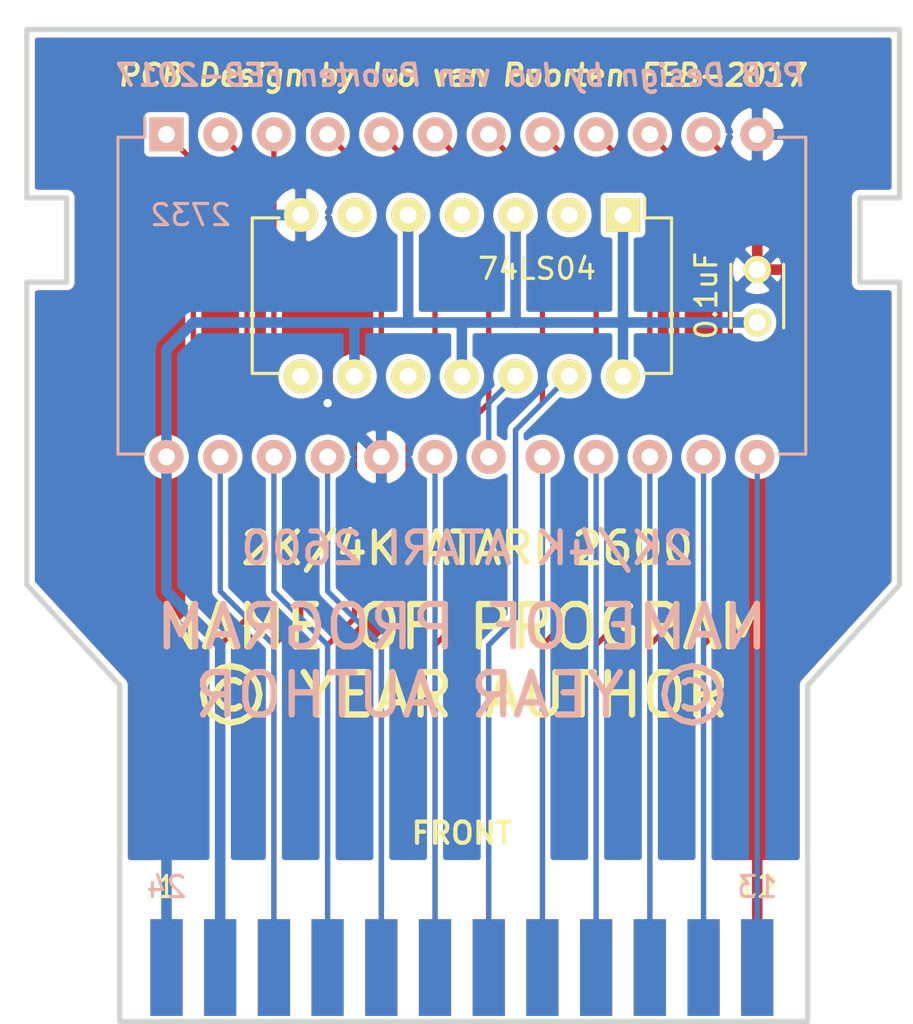
<source format=kicad_pcb>
(kicad_pcb (version 20171130) (host pcbnew 5.1.9+dfsg1-1+deb11u1)

  (general
    (thickness 1.6)
    (drawings 23)
    (tracks 117)
    (zones 0)
    (modules 4)
    (nets 25)
  )

  (page A4)
  (layers
    (0 F.Cu signal)
    (31 B.Cu signal)
    (32 B.Adhes user)
    (33 F.Adhes user)
    (34 B.Paste user)
    (35 F.Paste user)
    (36 B.SilkS user hide)
    (37 F.SilkS user)
    (38 B.Mask user)
    (39 F.Mask user)
    (40 Dwgs.User user)
    (41 Cmts.User user)
    (42 Eco1.User user)
    (43 Eco2.User user)
    (44 Edge.Cuts user)
    (45 Margin user)
    (46 B.CrtYd user)
    (47 F.CrtYd user)
    (48 B.Fab user)
    (49 F.Fab user)
  )

  (setup
    (last_trace_width 0.25)
    (trace_clearance 0.2)
    (zone_clearance 0.254)
    (zone_45_only no)
    (trace_min 0.2)
    (via_size 0.6)
    (via_drill 0.4)
    (via_min_size 0.4)
    (via_min_drill 0.3)
    (uvia_size 0.3)
    (uvia_drill 0.1)
    (uvias_allowed no)
    (uvia_min_size 0.2)
    (uvia_min_drill 0.1)
    (edge_width 0.15)
    (segment_width 0.2)
    (pcb_text_width 0.3)
    (pcb_text_size 2 2)
    (mod_edge_width 0.15)
    (mod_text_size 1 1)
    (mod_text_width 0.15)
    (pad_size 1.3 1.3)
    (pad_drill 0.8)
    (pad_to_mask_clearance 0.2)
    (aux_axis_origin 0 0)
    (visible_elements FFFFFF7F)
    (pcbplotparams
      (layerselection 0x010f0_ffffffff)
      (usegerberextensions false)
      (usegerberattributes true)
      (usegerberadvancedattributes true)
      (creategerberjobfile true)
      (excludeedgelayer true)
      (linewidth 0.100000)
      (plotframeref false)
      (viasonmask false)
      (mode 1)
      (useauxorigin false)
      (hpglpennumber 1)
      (hpglpenspeed 20)
      (hpglpendiameter 15.000000)
      (psnegative false)
      (psa4output false)
      (plotreference true)
      (plotvalue true)
      (plotinvisibletext false)
      (padsonsilk false)
      (subtractmaskfromsilk false)
      (outputformat 1)
      (mirror false)
      (drillshape 0)
      (scaleselection 1)
      (outputdirectory "../gerbers/"))
  )

  (net 0 "")
  (net 1 VCC)
  (net 2 GND)
  (net 3 A12)
  (net 4 ~ENABLE)
  (net 5 A7)
  (net 6 A6)
  (net 7 A5)
  (net 8 A4)
  (net 9 A3)
  (net 10 A2)
  (net 11 A1)
  (net 12 A0)
  (net 13 D0)
  (net 14 D1)
  (net 15 D2)
  (net 16 D3)
  (net 17 D4)
  (net 18 D5)
  (net 19 D6)
  (net 20 D7)
  (net 21 A10)
  (net 22 A11)
  (net 23 A9)
  (net 24 A8)

  (net_class Default "This is the default net class."
    (clearance 0.2)
    (trace_width 0.25)
    (via_dia 0.6)
    (via_drill 0.4)
    (uvia_dia 0.3)
    (uvia_drill 0.1)
    (add_net A0)
    (add_net A1)
    (add_net A10)
    (add_net A11)
    (add_net A12)
    (add_net A2)
    (add_net A3)
    (add_net A4)
    (add_net A5)
    (add_net A6)
    (add_net A7)
    (add_net A8)
    (add_net A9)
    (add_net D0)
    (add_net D1)
    (add_net D2)
    (add_net D3)
    (add_net D4)
    (add_net D5)
    (add_net D6)
    (add_net D7)
    (add_net ~ENABLE)
  )

  (net_class Power ""
    (clearance 0.2)
    (trace_width 0.5)
    (via_dia 0.6)
    (via_drill 0.4)
    (uvia_dia 0.3)
    (uvia_drill 0.1)
    (add_net GND)
    (add_net VCC)
  )

  (module Housings_DIP:DIP-24_W15.24mm (layer B.Cu) (tedit 5894D221) (tstamp 5894B703)
    (at 95.504 50.8 270)
    (descr "24-lead dip package, row spacing 15.24 mm (600 mils)")
    (tags "dil dip 2.54 600")
    (path /5894B4A1)
    (fp_text reference U3 (at 6.35 1.27 180) (layer B.SilkS) hide
      (effects (font (size 1 1) (thickness 0.15)) (justify mirror))
    )
    (fp_text value 2732 (at 3.81 -1.143 180) (layer B.SilkS)
      (effects (font (size 1 1) (thickness 0.15)) (justify mirror))
    )
    (fp_line (start -1.05 2.45) (end -1.05 -30.4) (layer B.CrtYd) (width 0.05))
    (fp_line (start 16.3 2.45) (end 16.3 -30.4) (layer B.CrtYd) (width 0.05))
    (fp_line (start -1.05 2.45) (end 16.3 2.45) (layer B.CrtYd) (width 0.05))
    (fp_line (start -1.05 -30.4) (end 16.3 -30.4) (layer B.CrtYd) (width 0.05))
    (fp_line (start 0.135 2.295) (end 0.135 1.025) (layer B.SilkS) (width 0.15))
    (fp_line (start 15.105 2.295) (end 15.105 1.025) (layer B.SilkS) (width 0.15))
    (fp_line (start 15.105 -30.235) (end 15.105 -28.965) (layer B.SilkS) (width 0.15))
    (fp_line (start 0.135 -30.235) (end 0.135 -28.965) (layer B.SilkS) (width 0.15))
    (fp_line (start 0.135 2.295) (end 15.105 2.295) (layer B.SilkS) (width 0.15))
    (fp_line (start 0.135 -30.235) (end 15.105 -30.235) (layer B.SilkS) (width 0.15))
    (fp_line (start 0.135 1.025) (end -0.8 1.025) (layer B.SilkS) (width 0.15))
    (pad 1 thru_hole rect (at 0 0 270) (size 1.6 1.6) (drill 0.8) (layers *.Cu *.Mask B.SilkS)
      (net 5 A7))
    (pad 2 thru_hole oval (at 0 -2.54 270) (size 1.6 1.6) (drill 0.8) (layers *.Cu *.Mask B.SilkS)
      (net 6 A6))
    (pad 3 thru_hole oval (at 0 -5.08 270) (size 1.6 1.6) (drill 0.8) (layers *.Cu *.Mask B.SilkS)
      (net 7 A5))
    (pad 4 thru_hole oval (at 0 -7.62 270) (size 1.6 1.6) (drill 0.8) (layers *.Cu *.Mask B.SilkS)
      (net 8 A4))
    (pad 5 thru_hole oval (at 0 -10.16 270) (size 1.6 1.6) (drill 0.8) (layers *.Cu *.Mask B.SilkS)
      (net 9 A3))
    (pad 6 thru_hole oval (at 0 -12.7 270) (size 1.6 1.6) (drill 0.8) (layers *.Cu *.Mask B.SilkS)
      (net 10 A2))
    (pad 7 thru_hole oval (at 0 -15.24 270) (size 1.6 1.6) (drill 0.8) (layers *.Cu *.Mask B.SilkS)
      (net 11 A1))
    (pad 8 thru_hole oval (at 0 -17.78 270) (size 1.6 1.6) (drill 0.8) (layers *.Cu *.Mask B.SilkS)
      (net 12 A0))
    (pad 9 thru_hole oval (at 0 -20.32 270) (size 1.6 1.6) (drill 0.8) (layers *.Cu *.Mask B.SilkS)
      (net 13 D0))
    (pad 10 thru_hole oval (at 0 -22.86 270) (size 1.6 1.6) (drill 0.8) (layers *.Cu *.Mask B.SilkS)
      (net 14 D1))
    (pad 11 thru_hole oval (at 0 -25.4 270) (size 1.6 1.6) (drill 0.8) (layers *.Cu *.Mask B.SilkS)
      (net 15 D2))
    (pad 12 thru_hole oval (at 0 -27.94 270) (size 1.6 1.6) (drill 0.8) (layers *.Cu *.Mask B.SilkS)
      (net 2 GND))
    (pad 13 thru_hole oval (at 15.24 -27.94 270) (size 1.6 1.6) (drill 0.8) (layers *.Cu *.Mask B.SilkS)
      (net 16 D3))
    (pad 14 thru_hole oval (at 15.24 -25.4 270) (size 1.6 1.6) (drill 0.8) (layers *.Cu *.Mask B.SilkS)
      (net 17 D4))
    (pad 15 thru_hole oval (at 15.24 -22.86 270) (size 1.6 1.6) (drill 0.8) (layers *.Cu *.Mask B.SilkS)
      (net 18 D5))
    (pad 16 thru_hole oval (at 15.24 -20.32 270) (size 1.6 1.6) (drill 0.8) (layers *.Cu *.Mask B.SilkS)
      (net 19 D6))
    (pad 17 thru_hole oval (at 15.24 -17.78 270) (size 1.6 1.6) (drill 0.8) (layers *.Cu *.Mask B.SilkS)
      (net 20 D7))
    (pad 18 thru_hole oval (at 15.24 -15.24 270) (size 1.6 1.6) (drill 0.8) (layers *.Cu *.Mask B.SilkS)
      (net 4 ~ENABLE))
    (pad 19 thru_hole oval (at 15.24 -12.7 270) (size 1.6 1.6) (drill 0.8) (layers *.Cu *.Mask B.SilkS)
      (net 21 A10))
    (pad 20 thru_hole oval (at 15.24 -10.16 270) (size 1.6 1.6) (drill 0.8) (layers *.Cu *.Mask B.SilkS)
      (net 2 GND))
    (pad 21 thru_hole oval (at 15.24 -7.62 270) (size 1.6 1.6) (drill 0.8) (layers *.Cu *.Mask B.SilkS)
      (net 22 A11))
    (pad 22 thru_hole oval (at 15.24 -5.08 270) (size 1.6 1.6) (drill 0.8) (layers *.Cu *.Mask B.SilkS)
      (net 23 A9))
    (pad 23 thru_hole oval (at 15.24 -2.54 270) (size 1.6 1.6) (drill 0.8) (layers *.Cu *.Mask B.SilkS)
      (net 24 A8))
    (pad 24 thru_hole oval (at 15.24 0 270) (size 1.6 1.6) (drill 0.8) (layers *.Cu *.Mask B.SilkS)
      (net 1 VCC))
    (model Housings_DIP.3dshapes/DIP-24_W15.24mm.wrl
      (at (xyz 0 0 0))
      (scale (xyz 1 1 1))
      (rotate (xyz 0 0 0))
    )
  )

  (module Capacitors_ThroughHole:C_Disc_D3_P2.5 (layer F.Cu) (tedit 5894D2CE) (tstamp 5894B6D5)
    (at 123.444 59.69 90)
    (descr "Capacitor 3mm Disc, Pitch 2.5mm")
    (tags Capacitor)
    (path /5894CEA3)
    (fp_text reference C1 (at -2.54 0 90) (layer F.SilkS) hide
      (effects (font (size 1 1) (thickness 0.15)))
    )
    (fp_text value 0.1uF (at 1.27 -2.413 90) (layer F.SilkS)
      (effects (font (size 1 1) (thickness 0.15)))
    )
    (fp_line (start -0.9 -1.5) (end 3.4 -1.5) (layer F.CrtYd) (width 0.05))
    (fp_line (start 3.4 -1.5) (end 3.4 1.5) (layer F.CrtYd) (width 0.05))
    (fp_line (start 3.4 1.5) (end -0.9 1.5) (layer F.CrtYd) (width 0.05))
    (fp_line (start -0.9 1.5) (end -0.9 -1.5) (layer F.CrtYd) (width 0.05))
    (fp_line (start -0.25 -1.25) (end 2.75 -1.25) (layer F.SilkS) (width 0.15))
    (fp_line (start 2.75 1.25) (end -0.25 1.25) (layer F.SilkS) (width 0.15))
    (pad 1 thru_hole oval (at 0 0 90) (size 1.3 1.3) (drill 0.8) (layers *.Cu *.Mask F.SilkS)
      (net 1 VCC))
    (pad 2 thru_hole circle (at 2.5 0 90) (size 1.3 1.3) (drill 0.8001) (layers *.Cu *.Mask F.SilkS)
      (net 2 GND))
    (model Capacitors_ThroughHole.3dshapes/C_Disc_D3_P2.5.wrl
      (offset (xyz 1.250000021226883 0 0))
      (scale (xyz 1 1 1))
      (rotate (xyz 0 0 0))
    )
  )

  (module Housings_DIP:DIP-14_W7.62mm (layer F.Cu) (tedit 5894D22A) (tstamp 5894B6E7)
    (at 117.094 54.61 270)
    (descr "14-lead dip package, row spacing 7.62 mm (300 mils)")
    (tags "dil dip 2.54 300")
    (path /5894B1E4)
    (fp_text reference U2 (at 3.81 -3.81 270) (layer F.SilkS) hide
      (effects (font (size 1 1) (thickness 0.15)))
    )
    (fp_text value 74LS04 (at 2.54 4.064 180) (layer F.SilkS)
      (effects (font (size 1 1) (thickness 0.15)))
    )
    (fp_line (start -1.05 -2.45) (end -1.05 17.7) (layer F.CrtYd) (width 0.05))
    (fp_line (start 8.65 -2.45) (end 8.65 17.7) (layer F.CrtYd) (width 0.05))
    (fp_line (start -1.05 -2.45) (end 8.65 -2.45) (layer F.CrtYd) (width 0.05))
    (fp_line (start -1.05 17.7) (end 8.65 17.7) (layer F.CrtYd) (width 0.05))
    (fp_line (start 0.135 -2.295) (end 0.135 -1.025) (layer F.SilkS) (width 0.15))
    (fp_line (start 7.485 -2.295) (end 7.485 -1.025) (layer F.SilkS) (width 0.15))
    (fp_line (start 7.485 17.535) (end 7.485 16.265) (layer F.SilkS) (width 0.15))
    (fp_line (start 0.135 17.535) (end 0.135 16.265) (layer F.SilkS) (width 0.15))
    (fp_line (start 0.135 -2.295) (end 7.485 -2.295) (layer F.SilkS) (width 0.15))
    (fp_line (start 0.135 17.535) (end 7.485 17.535) (layer F.SilkS) (width 0.15))
    (fp_line (start 0.135 -1.025) (end -0.8 -1.025) (layer F.SilkS) (width 0.15))
    (pad 1 thru_hole rect (at 0 0 270) (size 1.6 1.6) (drill 0.8) (layers *.Cu *.Mask F.SilkS)
      (net 1 VCC))
    (pad 2 thru_hole oval (at 0 2.54 270) (size 1.6 1.6) (drill 0.8) (layers *.Cu *.Mask F.SilkS))
    (pad 3 thru_hole oval (at 0 5.08 270) (size 1.6 1.6) (drill 0.8) (layers *.Cu *.Mask F.SilkS)
      (net 1 VCC))
    (pad 4 thru_hole oval (at 0 7.62 270) (size 1.6 1.6) (drill 0.8) (layers *.Cu *.Mask F.SilkS))
    (pad 5 thru_hole oval (at 0 10.16 270) (size 1.6 1.6) (drill 0.8) (layers *.Cu *.Mask F.SilkS)
      (net 1 VCC))
    (pad 6 thru_hole oval (at 0 12.7 270) (size 1.6 1.6) (drill 0.8) (layers *.Cu *.Mask F.SilkS))
    (pad 7 thru_hole oval (at 0 15.24 270) (size 1.6 1.6) (drill 0.8) (layers *.Cu *.Mask F.SilkS)
      (net 2 GND))
    (pad 8 thru_hole oval (at 7.62 15.24 270) (size 1.6 1.6) (drill 0.8) (layers *.Cu *.Mask F.SilkS))
    (pad 9 thru_hole oval (at 7.62 12.7 270) (size 1.6 1.6) (drill 0.8) (layers *.Cu *.Mask F.SilkS)
      (net 1 VCC))
    (pad 10 thru_hole oval (at 7.62 10.16 270) (size 1.6 1.6) (drill 0.8) (layers *.Cu *.Mask F.SilkS))
    (pad 11 thru_hole oval (at 7.62 7.62 270) (size 1.6 1.6) (drill 0.8) (layers *.Cu *.Mask F.SilkS)
      (net 1 VCC))
    (pad 12 thru_hole oval (at 7.62 5.08 270) (size 1.6 1.6) (drill 0.8) (layers *.Cu *.Mask F.SilkS)
      (net 4 ~ENABLE))
    (pad 13 thru_hole oval (at 7.62 2.54 270) (size 1.6 1.6) (drill 0.8) (layers *.Cu *.Mask F.SilkS)
      (net 3 A12))
    (pad 14 thru_hole oval (at 7.62 0 270) (size 1.6 1.6) (drill 0.8) (layers *.Cu *.Mask F.SilkS)
      (net 1 VCC))
    (model Housings_DIP.3dshapes/DIP-14_W7.62mm.wrl
      (at (xyz 0 0 0))
      (scale (xyz 1 1 1))
      (rotate (xyz 0 0 0))
    )
  )

  (module 2600cartfootprint:2600CART (layer F.Cu) (tedit 58988501) (tstamp 58988787)
    (at 109.474 90.17)
    (path /5894B1B8)
    (fp_text reference U1 (at 0 -7.62) (layer F.SilkS) hide
      (effects (font (size 1 1) (thickness 0.15)))
    )
    (fp_text value 2600Cartridge (at 0 -11.43) (layer F.Fab) hide
      (effects (font (size 1 1) (thickness 0.15)))
    )
    (fp_text user 24 (at -13.97 -3.81) (layer B.SilkS)
      (effects (font (size 1 1) (thickness 0.15)) (justify mirror))
    )
    (fp_text user 13 (at 13.97 -3.81) (layer B.SilkS)
      (effects (font (size 1 1) (thickness 0.15)) (justify mirror))
    )
    (fp_text user 12 (at 13.97 -3.81) (layer F.SilkS)
      (effects (font (size 1 1) (thickness 0.15)))
    )
    (fp_text user 1 (at -13.97 -3.81) (layer F.SilkS)
      (effects (font (size 1 1) (thickness 0.15)))
    )
    (pad 24 connect rect (at -13.97 0) (size 1.524 4.572) (layers B.Cu B.Mask)
      (net 2 GND))
    (pad 23 connect rect (at -11.43 0) (size 1.524 4.572) (layers B.Cu B.Mask)
      (net 1 VCC))
    (pad 22 connect rect (at -8.89 0) (size 1.524 4.572) (layers B.Cu B.Mask)
      (net 24 A8))
    (pad 21 connect rect (at -6.35 0) (size 1.524 4.572) (layers B.Cu B.Mask)
      (net 23 A9))
    (pad 20 connect rect (at -3.81 0) (size 1.524 4.572) (layers B.Cu B.Mask)
      (net 22 A11))
    (pad 19 connect rect (at -1.27 0) (size 1.524 4.572) (layers B.Cu B.Mask)
      (net 21 A10))
    (pad 18 connect rect (at 1.27 0) (size 1.524 4.572) (layers B.Cu B.Mask)
      (net 3 A12))
    (pad 17 connect rect (at 3.81 0) (size 1.524 4.572) (layers B.Cu B.Mask)
      (net 20 D7))
    (pad 16 connect rect (at 6.35 0) (size 1.524 4.572) (layers B.Cu B.Mask)
      (net 19 D6))
    (pad 15 connect rect (at 8.89 0) (size 1.524 4.572) (layers B.Cu B.Mask)
      (net 18 D5))
    (pad 14 connect rect (at 11.43 0) (size 1.524 4.572) (layers B.Cu B.Mask)
      (net 17 D4))
    (pad 13 connect rect (at 13.97 0) (size 1.524 4.572) (layers *.Mask B.Cu)
      (net 16 D3))
    (pad 12 connect rect (at 13.97 0) (size 1.524 4.572) (layers F.Cu F.Mask)
      (net 2 GND))
    (pad 11 connect rect (at 11.43 0) (size 1.524 4.572) (layers F.Cu F.Mask)
      (net 15 D2))
    (pad 10 connect rect (at 8.89 0) (size 1.524 4.572) (layers F.Cu F.Mask)
      (net 14 D1))
    (pad 9 connect rect (at 6.35 0) (size 1.524 4.572) (layers F.Cu F.Mask)
      (net 13 D0))
    (pad 8 connect rect (at 3.81 0) (size 1.524 4.572) (layers F.Cu F.Mask)
      (net 12 A0))
    (pad 7 connect rect (at 1.27 0) (size 1.524 4.572) (layers F.Cu F.Mask)
      (net 11 A1))
    (pad 6 connect rect (at -1.27 0) (size 1.524 4.572) (layers F.Cu F.Mask)
      (net 10 A2))
    (pad 5 connect rect (at -3.81 0) (size 1.524 4.572) (layers F.Cu F.Mask)
      (net 9 A3))
    (pad 4 connect rect (at -6.35 0) (size 1.524 4.572) (layers F.Cu F.Mask)
      (net 8 A4))
    (pad 3 connect rect (at -8.89 0) (size 1.524 4.572) (layers F.Cu F.Mask)
      (net 7 A5))
    (pad 2 connect rect (at -11.43 0) (size 1.524 4.572) (layers F.Cu F.Mask)
      (net 6 A6))
    (pad 1 connect rect (at -13.97 0) (size 1.524 4.572) (layers F.Cu F.Mask)
      (net 5 A7))
  )

  (gr_text FRONT (at 109.474 83.82) (layer F.SilkS)
    (effects (font (size 1 1) (thickness 0.2)))
  )
  (gr_text "NAME OF PROGRAM\n© YEAR AUTHOR" (at 109.474 75.692) (layer B.SilkS)
    (effects (font (size 2 2) (thickness 0.3)) (justify mirror))
  )
  (gr_text "2K/4K ATARI 2600" (at 109.728 70.358) (layer B.SilkS)
    (effects (font (size 1.5 1.5) (thickness 0.25)) (justify mirror))
  )
  (gr_text "PCB Design by Ivo van Poorten FEB-2017" (at 109.474 48.006) (layer B.SilkS)
    (effects (font (size 1 1) (thickness 0.2) italic) (justify mirror))
  )
  (gr_text "2K/4K ATARI 2600" (at 109.728 70.358) (layer F.SilkS)
    (effects (font (size 1.5 1.5) (thickness 0.25)))
  )
  (gr_text "NAME OF PROGRAM\n© YEAR AUTHOR" (at 109.474 75.692) (layer F.SilkS)
    (effects (font (size 2 2) (thickness 0.3)))
  )
  (gr_text "PCB Design by Ivo van Poorten FEB-2017" (at 109.474 48.006) (layer F.SilkS)
    (effects (font (size 1 1) (thickness 0.2) italic))
  )
  (gr_line (start 88.9 45.847) (end 130.175 45.847) (layer Edge.Cuts) (width 0.254))
  (gr_line (start 125.8316 92.71) (end 125.8316 76.835) (layer Edge.Cuts) (width 0.254))
  (gr_line (start 93.2942 92.71) (end 125.8316 92.71) (layer Edge.Cuts) (width 0.254))
  (gr_line (start 128.2954 53.7972) (end 130.175 53.7972) (layer Edge.Cuts) (width 0.254))
  (gr_line (start 128.2954 57.785) (end 128.2954 53.7972) (layer Edge.Cuts) (width 0.254))
  (gr_line (start 128.2954 57.785) (end 130.175 57.785) (layer Edge.Cuts) (width 0.254))
  (gr_line (start 130.175 53.7972) (end 130.175 45.847) (layer Edge.Cuts) (width 0.254))
  (gr_line (start 88.9 53.7972) (end 90.7796 53.7972) (layer Edge.Cuts) (width 0.254))
  (gr_line (start 90.7796 57.785) (end 90.7796 53.7972) (layer Edge.Cuts) (width 0.254))
  (gr_line (start 88.9 53.7972) (end 88.9 45.847) (layer Edge.Cuts) (width 0.254))
  (gr_line (start 88.9 72.0852) (end 88.9 57.785) (layer Edge.Cuts) (width 0.254))
  (gr_line (start 88.9 72.0852) (end 93.2942 76.835) (layer Edge.Cuts) (width 0.254))
  (gr_line (start 125.8316 76.835) (end 130.175 72.0852) (layer Edge.Cuts) (width 0.254))
  (gr_line (start 93.2942 92.71) (end 93.2942 76.835) (layer Edge.Cuts) (width 0.254))
  (gr_line (start 88.9 57.785) (end 90.7796 57.785) (layer Edge.Cuts) (width 0.254))
  (gr_line (start 130.175 72.0852) (end 130.175 57.785) (layer Edge.Cuts) (width 0.254))

  (segment (start 95.504 72.39) (end 95.504 66.04) (width 0.5) (layer B.Cu) (net 1) (tstamp 5895090E))
  (segment (start 104.394 62.23) (end 104.394 59.69) (width 0.5) (layer B.Cu) (net 1))
  (segment (start 109.474 62.23) (end 109.474 59.69) (width 0.5) (layer B.Cu) (net 1))
  (segment (start 106.934 54.61) (end 106.934 59.69) (width 0.5) (layer B.Cu) (net 1))
  (segment (start 112.014 54.61) (end 112.014 59.69) (width 0.5) (layer B.Cu) (net 1))
  (segment (start 117.094 54.61) (end 117.094 59.69) (width 0.5) (layer B.Cu) (net 1))
  (segment (start 117.094 62.23) (end 117.094 59.69) (width 0.5) (layer B.Cu) (net 1))
  (segment (start 123.444 59.69) (end 117.094 59.69) (width 0.5) (layer B.Cu) (net 1))
  (segment (start 117.094 59.69) (end 112.014 59.69) (width 0.5) (layer B.Cu) (net 1) (tstamp 5895066E))
  (segment (start 112.014 59.69) (end 109.474 59.69) (width 0.5) (layer B.Cu) (net 1) (tstamp 58950677))
  (segment (start 109.474 59.69) (end 106.934 59.69) (width 0.5) (layer B.Cu) (net 1) (tstamp 58950681))
  (segment (start 106.934 59.69) (end 104.394 59.69) (width 0.5) (layer B.Cu) (net 1) (tstamp 5895067B))
  (segment (start 104.394 59.69) (end 96.774 59.69) (width 0.5) (layer B.Cu) (net 1) (tstamp 58950685))
  (segment (start 95.504 60.96) (end 95.504 66.04) (width 0.5) (layer B.Cu) (net 1) (tstamp 58950666))
  (segment (start 96.774 59.69) (end 95.504 60.96) (width 0.5) (layer B.Cu) (net 1) (tstamp 58950665))
  (segment (start 98.044 88.9) (end 98.044 74.93) (width 0.5) (layer B.Cu) (net 1))
  (segment (start 98.044 74.93) (end 95.504 72.39) (width 0.5) (layer B.Cu) (net 1) (tstamp 5895090D))
  (segment (start 101.854 54.61) (end 101.854 55.88) (width 0.5) (layer F.Cu) (net 2))
  (segment (start 101.854 55.88) (end 103.124 57.15) (width 0.5) (layer F.Cu) (net 2) (tstamp 589506D9))
  (segment (start 103.124 57.15) (end 103.124 63.5) (width 0.5) (layer F.Cu) (net 2) (tstamp 589506DA))
  (via (at 103.124 63.5) (size 0.6) (drill 0.4) (layers F.Cu B.Cu) (net 2))
  (segment (start 103.124 63.5) (end 105.664 66.04) (width 0.5) (layer B.Cu) (net 2) (tstamp 589506DD))
  (segment (start 95.504 88.9) (end 95.504 74.93) (width 0.5) (layer B.Cu) (net 2))
  (segment (start 94.234 48.26) (end 101.854 48.26) (width 0.5) (layer B.Cu) (net 2) (tstamp 58950915))
  (segment (start 92.964 49.53) (end 94.234 48.26) (width 0.5) (layer B.Cu) (net 2) (tstamp 58950914))
  (segment (start 92.964 72.39) (end 92.964 49.53) (width 0.5) (layer B.Cu) (net 2) (tstamp 58950913))
  (segment (start 95.504 74.93) (end 92.964 72.39) (width 0.5) (layer B.Cu) (net 2) (tstamp 58950912))
  (segment (start 123.444 88.9) (end 123.444 74.93) (width 0.5) (layer F.Cu) (net 2))
  (segment (start 123.444 74.93) (end 124.714 73.66) (width 0.5) (layer F.Cu) (net 2) (tstamp 589505CE))
  (segment (start 124.714 73.66) (end 125.984 72.39) (width 0.5) (layer F.Cu) (net 2) (tstamp 589505CF))
  (segment (start 125.984 72.39) (end 125.984 58.42) (width 0.5) (layer F.Cu) (net 2) (tstamp 589505D0))
  (segment (start 125.984 58.42) (end 124.754 57.19) (width 0.5) (layer F.Cu) (net 2) (tstamp 589505D1))
  (segment (start 124.754 57.19) (end 123.444 57.19) (width 0.5) (layer F.Cu) (net 2) (tstamp 589505D2))
  (segment (start 123.444 57.19) (end 123.444 50.8) (width 0.5) (layer F.Cu) (net 2))
  (segment (start 101.854 48.26) (end 122.174 48.26) (width 0.5) (layer B.Cu) (net 2))
  (segment (start 122.174 48.26) (end 123.444 49.53) (width 0.5) (layer B.Cu) (net 2) (tstamp 589505C7))
  (segment (start 123.444 49.53) (end 123.444 50.8) (width 0.5) (layer B.Cu) (net 2) (tstamp 589505C8))
  (segment (start 101.854 48.26) (end 101.854 54.61) (width 0.5) (layer B.Cu) (net 2) (tstamp 589505C0))
  (segment (start 112.014 64.77) (end 114.554 62.23) (width 0.25) (layer B.Cu) (net 3) (tstamp 589508E9))
  (segment (start 112.014 73.66) (end 112.014 64.77) (width 0.25) (layer B.Cu) (net 3) (tstamp 589508E7))
  (segment (start 110.744 88.9) (end 110.744 74.93) (width 0.25) (layer B.Cu) (net 3))
  (segment (start 110.744 74.93) (end 112.014 73.66) (width 0.25) (layer B.Cu) (net 3) (tstamp 589508E6))
  (segment (start 112.014 62.23) (end 110.744 63.5) (width 0.25) (layer B.Cu) (net 4))
  (segment (start 110.744 63.5) (end 110.744 66.04) (width 0.25) (layer B.Cu) (net 4) (tstamp 589505B8))
  (segment (start 96.774 52.07) (end 95.504 50.8) (width 0.25) (layer F.Cu) (net 5) (tstamp 589508CF))
  (segment (start 96.774 73.66) (end 96.774 52.07) (width 0.25) (layer F.Cu) (net 5) (tstamp 589508CD))
  (segment (start 95.504 88.9) (end 95.504 74.93) (width 0.25) (layer F.Cu) (net 5))
  (segment (start 95.504 74.93) (end 96.774 73.66) (width 0.25) (layer F.Cu) (net 5) (tstamp 589508CB))
  (segment (start 99.314 52.07) (end 98.044 50.8) (width 0.25) (layer F.Cu) (net 6) (tstamp 589508D5))
  (segment (start 99.314 73.66) (end 99.314 52.07) (width 0.25) (layer F.Cu) (net 6) (tstamp 589508D4))
  (segment (start 98.044 88.9) (end 98.044 74.93) (width 0.25) (layer F.Cu) (net 6))
  (segment (start 98.044 74.93) (end 99.314 73.66) (width 0.25) (layer F.Cu) (net 6) (tstamp 589508D3))
  (segment (start 100.584 63.5) (end 100.584 50.8) (width 0.25) (layer F.Cu) (net 7) (tstamp 589508DF))
  (segment (start 101.854 64.77) (end 100.584 63.5) (width 0.25) (layer F.Cu) (net 7) (tstamp 589508DD))
  (segment (start 101.854 73.66) (end 101.854 64.77) (width 0.25) (layer F.Cu) (net 7) (tstamp 589508DB))
  (segment (start 100.584 88.9) (end 100.584 74.93) (width 0.25) (layer F.Cu) (net 7))
  (segment (start 100.584 74.93) (end 101.854 73.66) (width 0.25) (layer F.Cu) (net 7) (tstamp 589508D9))
  (segment (start 105.664 53.34) (end 103.124 50.8) (width 0.25) (layer F.Cu) (net 8) (tstamp 589508B5))
  (segment (start 105.664 63.5) (end 105.664 53.34) (width 0.25) (layer F.Cu) (net 8) (tstamp 589508B4))
  (segment (start 104.394 64.77) (end 105.664 63.5) (width 0.25) (layer F.Cu) (net 8) (tstamp 589508B3))
  (segment (start 104.394 73.66) (end 104.394 64.77) (width 0.25) (layer F.Cu) (net 8) (tstamp 589508B2))
  (segment (start 103.124 88.9) (end 103.124 74.93) (width 0.25) (layer F.Cu) (net 8))
  (segment (start 103.124 74.93) (end 104.394 73.66) (width 0.25) (layer F.Cu) (net 8) (tstamp 589508B1))
  (segment (start 108.204 53.34) (end 105.664 50.8) (width 0.25) (layer F.Cu) (net 9) (tstamp 589508AE))
  (segment (start 108.204 63.5) (end 108.204 53.34) (width 0.25) (layer F.Cu) (net 9) (tstamp 589508AD))
  (segment (start 106.934 64.77) (end 108.204 63.5) (width 0.25) (layer F.Cu) (net 9) (tstamp 589508AC))
  (segment (start 106.934 73.66) (end 106.934 64.77) (width 0.25) (layer F.Cu) (net 9) (tstamp 589508AB))
  (segment (start 105.664 88.9) (end 105.664 74.93) (width 0.25) (layer F.Cu) (net 9))
  (segment (start 105.664 74.93) (end 106.934 73.66) (width 0.25) (layer F.Cu) (net 9) (tstamp 589508AA))
  (segment (start 108.204 88.9) (end 108.204 74.93) (width 0.25) (layer F.Cu) (net 10))
  (segment (start 108.204 74.93) (end 109.474 73.66) (width 0.25) (layer F.Cu) (net 10) (tstamp 5895089E))
  (segment (start 110.744 53.34) (end 108.204 50.8) (width 0.25) (layer F.Cu) (net 10) (tstamp 589508A6))
  (segment (start 110.744 63.5) (end 110.744 53.34) (width 0.25) (layer F.Cu) (net 10) (tstamp 589508A4))
  (segment (start 109.474 64.77) (end 110.744 63.5) (width 0.25) (layer F.Cu) (net 10) (tstamp 589508A2))
  (segment (start 109.474 73.66) (end 109.474 64.77) (width 0.25) (layer F.Cu) (net 10) (tstamp 589508A0))
  (segment (start 113.284 53.34) (end 110.744 50.8) (width 0.25) (layer F.Cu) (net 11) (tstamp 5895089B))
  (segment (start 113.284 63.5) (end 113.284 53.34) (width 0.25) (layer F.Cu) (net 11) (tstamp 5895089A))
  (segment (start 112.014 64.77) (end 113.284 63.5) (width 0.25) (layer F.Cu) (net 11) (tstamp 58950899))
  (segment (start 112.014 73.66) (end 112.014 64.77) (width 0.25) (layer F.Cu) (net 11) (tstamp 58950898))
  (segment (start 110.744 88.9) (end 110.744 74.93) (width 0.25) (layer F.Cu) (net 11))
  (segment (start 110.744 74.93) (end 112.014 73.66) (width 0.25) (layer F.Cu) (net 11) (tstamp 58950897))
  (segment (start 113.284 88.9) (end 113.284 74.93) (width 0.25) (layer F.Cu) (net 12))
  (segment (start 115.824 53.34) (end 113.284 50.8) (width 0.25) (layer F.Cu) (net 12) (tstamp 58950894))
  (segment (start 115.824 63.5) (end 115.824 53.34) (width 0.25) (layer F.Cu) (net 12) (tstamp 58950893))
  (segment (start 114.554 64.77) (end 115.824 63.5) (width 0.25) (layer F.Cu) (net 12) (tstamp 58950892))
  (segment (start 114.554 73.66) (end 114.554 64.77) (width 0.25) (layer F.Cu) (net 12) (tstamp 58950891))
  (segment (start 113.284 74.93) (end 114.554 73.66) (width 0.25) (layer F.Cu) (net 12) (tstamp 58950890))
  (segment (start 118.364 53.34) (end 115.824 50.8) (width 0.25) (layer F.Cu) (net 13) (tstamp 5895088C))
  (segment (start 118.364 63.5) (end 118.364 53.34) (width 0.25) (layer F.Cu) (net 13) (tstamp 5895088A))
  (segment (start 117.094 64.77) (end 118.364 63.5) (width 0.25) (layer F.Cu) (net 13) (tstamp 58950888))
  (segment (start 117.094 73.66) (end 117.094 64.77) (width 0.25) (layer F.Cu) (net 13) (tstamp 58950886))
  (segment (start 115.824 88.9) (end 115.824 74.93) (width 0.25) (layer F.Cu) (net 13))
  (segment (start 115.824 74.93) (end 117.094 73.66) (width 0.25) (layer F.Cu) (net 13) (tstamp 58950884))
  (segment (start 119.634 52.07) (end 118.364 50.8) (width 0.25) (layer F.Cu) (net 14) (tstamp 58950881))
  (segment (start 119.634 73.66) (end 119.634 52.07) (width 0.25) (layer F.Cu) (net 14) (tstamp 58950880))
  (segment (start 118.364 88.9) (end 118.364 74.93) (width 0.25) (layer F.Cu) (net 14))
  (segment (start 118.364 74.93) (end 119.634 73.66) (width 0.25) (layer F.Cu) (net 14) (tstamp 5895087F))
  (segment (start 120.904 88.9) (end 120.904 74.93) (width 0.25) (layer F.Cu) (net 15))
  (segment (start 120.904 74.93) (end 122.174 73.66) (width 0.25) (layer F.Cu) (net 15) (tstamp 5895087A))
  (segment (start 122.174 52.07) (end 120.904 50.8) (width 0.25) (layer F.Cu) (net 15) (tstamp 5895087C))
  (segment (start 122.174 73.66) (end 122.174 52.07) (width 0.25) (layer F.Cu) (net 15) (tstamp 5895087B))
  (segment (start 123.444 86.36) (end 123.444 88.9) (width 0.25) (layer B.Cu) (net 16) (tstamp 589504FE))
  (segment (start 123.444 66.04) (end 123.444 86.36) (width 0.25) (layer B.Cu) (net 16))
  (segment (start 120.904 88.9) (end 120.904 66.04) (width 0.25) (layer B.Cu) (net 17))
  (segment (start 118.364 66.04) (end 118.364 88.9) (width 0.25) (layer B.Cu) (net 18))
  (segment (start 115.824 66.04) (end 115.824 88.9) (width 0.25) (layer B.Cu) (net 19))
  (segment (start 113.284 66.04) (end 113.284 88.9) (width 0.25) (layer B.Cu) (net 20))
  (segment (start 108.204 66.04) (end 108.204 88.9) (width 0.25) (layer B.Cu) (net 21))
  (segment (start 105.664 88.9) (end 105.664 74.93) (width 0.25) (layer B.Cu) (net 22))
  (segment (start 105.664 74.93) (end 103.124 72.39) (width 0.25) (layer B.Cu) (net 22) (tstamp 589508FF))
  (segment (start 103.124 72.39) (end 103.124 66.04) (width 0.25) (layer B.Cu) (net 22) (tstamp 58950900))
  (segment (start 103.124 88.9) (end 103.124 74.93) (width 0.25) (layer B.Cu) (net 23))
  (segment (start 103.124 74.93) (end 100.584 72.39) (width 0.25) (layer B.Cu) (net 23) (tstamp 58950903))
  (segment (start 100.584 72.39) (end 100.584 66.04) (width 0.25) (layer B.Cu) (net 23) (tstamp 58950904))
  (segment (start 100.584 88.9) (end 100.584 74.93) (width 0.25) (layer B.Cu) (net 24))
  (segment (start 100.584 74.93) (end 98.044 72.39) (width 0.25) (layer B.Cu) (net 24) (tstamp 58950907))
  (segment (start 98.044 72.39) (end 98.044 66.04) (width 0.25) (layer B.Cu) (net 24) (tstamp 58950908))

  (zone (net 2) (net_name GND) (layer F.Cu) (tstamp 632A6095) (hatch edge 0.508)
    (connect_pads (clearance 0.254))
    (min_thickness 0.254)
    (fill yes (arc_segments 16) (thermal_gap 0.508) (thermal_bridge_width 0.508))
    (polygon
      (pts
        (xy 130.81 85.09) (xy 87.63 85.09) (xy 87.63 44.45) (xy 130.81 44.45)
      )
    )
    (filled_polygon
      (pts
        (xy 107.698 63.290408) (xy 106.59378 64.394629) (xy 106.574474 64.410473) (xy 106.511242 64.487521) (xy 106.486127 64.534508)
        (xy 106.464255 64.575426) (xy 106.435322 64.670808) (xy 106.425553 64.77) (xy 106.428001 64.794856) (xy 106.428001 64.828666)
        (xy 106.40142 64.808963) (xy 106.147087 64.688754) (xy 106.013039 64.648096) (xy 105.791 64.770085) (xy 105.791 65.913)
        (xy 105.811 65.913) (xy 105.811 66.167) (xy 105.791 66.167) (xy 105.791 67.309915) (xy 106.013039 67.431904)
        (xy 106.147087 67.391246) (xy 106.40142 67.271037) (xy 106.428001 67.251334) (xy 106.428 73.450408) (xy 105.32378 74.554629)
        (xy 105.304474 74.570473) (xy 105.241242 74.647521) (xy 105.216127 74.694508) (xy 105.194255 74.735426) (xy 105.165322 74.830808)
        (xy 105.155553 74.93) (xy 105.158001 74.954856) (xy 105.158 84.963) (xy 103.63 84.963) (xy 103.63 75.139591)
        (xy 104.73422 74.035372) (xy 104.753527 74.019527) (xy 104.816759 73.942479) (xy 104.863745 73.854575) (xy 104.892678 73.759193)
        (xy 104.9 73.684854) (xy 104.9 73.684847) (xy 104.902447 73.660001) (xy 104.9 73.635155) (xy 104.9 67.251335)
        (xy 104.92658 67.271037) (xy 105.180913 67.391246) (xy 105.314961 67.431904) (xy 105.537 67.309915) (xy 105.537 66.167)
        (xy 105.517 66.167) (xy 105.517 65.913) (xy 105.537 65.913) (xy 105.537 64.770085) (xy 105.314961 64.648096)
        (xy 105.195158 64.684433) (xy 106.00422 63.875372) (xy 106.023527 63.859527) (xy 106.086759 63.782479) (xy 106.133745 63.694575)
        (xy 106.162678 63.599193) (xy 106.17 63.524854) (xy 106.17 63.524847) (xy 106.172447 63.500001) (xy 106.17 63.475155)
        (xy 106.17 63.136185) (xy 106.181157 63.147342) (xy 106.374587 63.276588) (xy 106.589515 63.365614) (xy 106.817682 63.411)
        (xy 107.050318 63.411) (xy 107.278485 63.365614) (xy 107.493413 63.276588) (xy 107.686843 63.147342) (xy 107.698 63.136185)
      )
    )
    (filled_polygon
      (pts
        (xy 129.667 53.2892) (xy 128.320347 53.2892) (xy 128.2954 53.286743) (xy 128.270453 53.2892) (xy 128.195815 53.296551)
        (xy 128.100057 53.325599) (xy 128.011805 53.372771) (xy 127.934452 53.436252) (xy 127.870971 53.513605) (xy 127.823799 53.601857)
        (xy 127.794751 53.697615) (xy 127.784943 53.7972) (xy 127.787401 53.822157) (xy 127.7874 57.760053) (xy 127.784943 57.785)
        (xy 127.794751 57.884585) (xy 127.823799 57.980343) (xy 127.870971 58.068595) (xy 127.934452 58.145948) (xy 128.011805 58.209429)
        (xy 128.100057 58.256601) (xy 128.195815 58.285649) (xy 128.2954 58.295457) (xy 128.320347 58.293) (xy 129.667001 58.293)
        (xy 129.667 71.887951) (xy 125.481233 76.46537) (xy 125.470653 76.474052) (xy 125.447547 76.502207) (xy 125.439875 76.510597)
        (xy 125.43171 76.521505) (xy 125.407172 76.551405) (xy 125.401786 76.561482) (xy 125.394932 76.570638) (xy 125.378229 76.605553)
        (xy 125.36 76.639657) (xy 125.356683 76.650593) (xy 125.351748 76.660908) (xy 125.342181 76.698398) (xy 125.330952 76.735415)
        (xy 125.329832 76.746792) (xy 125.327005 76.757868) (xy 125.324935 76.796509) (xy 125.323601 76.810053) (xy 125.323601 76.821409)
        (xy 125.321652 76.85779) (xy 125.323601 76.871342) (xy 125.3236 84.963) (xy 121.41 84.963) (xy 121.41 75.139591)
        (xy 122.51422 74.035372) (xy 122.533527 74.019527) (xy 122.596759 73.942479) (xy 122.643745 73.854575) (xy 122.672678 73.759193)
        (xy 122.68 73.684854) (xy 122.68 73.684847) (xy 122.682447 73.660001) (xy 122.68 73.635155) (xy 122.68 66.946185)
        (xy 122.691157 66.957342) (xy 122.884587 67.086588) (xy 123.099515 67.175614) (xy 123.327682 67.221) (xy 123.560318 67.221)
        (xy 123.788485 67.175614) (xy 124.003413 67.086588) (xy 124.196843 66.957342) (xy 124.361342 66.792843) (xy 124.490588 66.599413)
        (xy 124.579614 66.384485) (xy 124.625 66.156318) (xy 124.625 65.923682) (xy 124.579614 65.695515) (xy 124.490588 65.480587)
        (xy 124.361342 65.287157) (xy 124.196843 65.122658) (xy 124.003413 64.993412) (xy 123.788485 64.904386) (xy 123.560318 64.859)
        (xy 123.327682 64.859) (xy 123.099515 64.904386) (xy 122.884587 64.993412) (xy 122.691157 65.122658) (xy 122.68 65.133815)
        (xy 122.68 60.384054) (xy 122.786776 60.49083) (xy 122.955638 60.603661) (xy 123.143268 60.68138) (xy 123.342455 60.721)
        (xy 123.545545 60.721) (xy 123.744732 60.68138) (xy 123.932362 60.603661) (xy 124.101224 60.49083) (xy 124.24483 60.347224)
        (xy 124.357661 60.178362) (xy 124.43538 59.990732) (xy 124.475 59.791545) (xy 124.475 59.588455) (xy 124.43538 59.389268)
        (xy 124.357661 59.201638) (xy 124.24483 59.032776) (xy 124.101224 58.88917) (xy 123.932362 58.776339) (xy 123.744732 58.69862)
        (xy 123.545545 58.659) (xy 123.342455 58.659) (xy 123.143268 58.69862) (xy 122.955638 58.776339) (xy 122.786776 58.88917)
        (xy 122.68 58.995946) (xy 122.68 58.133608) (xy 122.738079 58.075529) (xy 122.791466 58.304201) (xy 123.021374 58.410095)
        (xy 123.267524 58.469102) (xy 123.520455 58.478952) (xy 123.770449 58.43927) (xy 124.007896 58.351578) (xy 124.096534 58.304201)
        (xy 124.149922 58.075527) (xy 123.444 57.369605) (xy 123.429858 57.383748) (xy 123.250253 57.204143) (xy 123.264395 57.19)
        (xy 123.623605 57.19) (xy 124.329527 57.895922) (xy 124.558201 57.842534) (xy 124.664095 57.612626) (xy 124.723102 57.366476)
        (xy 124.732952 57.113545) (xy 124.69327 56.863551) (xy 124.605578 56.626104) (xy 124.558201 56.537466) (xy 124.329527 56.484078)
        (xy 123.623605 57.19) (xy 123.264395 57.19) (xy 123.250253 57.175858) (xy 123.429858 56.996253) (xy 123.444 57.010395)
        (xy 124.149922 56.304473) (xy 124.096534 56.075799) (xy 123.866626 55.969905) (xy 123.620476 55.910898) (xy 123.367545 55.901048)
        (xy 123.117551 55.94073) (xy 122.880104 56.028422) (xy 122.791466 56.075799) (xy 122.738079 56.304471) (xy 122.68 56.246392)
        (xy 122.68 52.094845) (xy 122.682447 52.069999) (xy 122.68 52.045153) (xy 122.68 52.045146) (xy 122.676407 52.008672)
        (xy 122.70658 52.031037) (xy 122.960913 52.151246) (xy 123.094961 52.191904) (xy 123.317 52.069915) (xy 123.317 50.927)
        (xy 123.571 50.927) (xy 123.571 52.069915) (xy 123.793039 52.191904) (xy 123.927087 52.151246) (xy 124.18142 52.031037)
        (xy 124.407414 51.863519) (xy 124.596385 51.655131) (xy 124.74107 51.413881) (xy 124.835909 51.14904) (xy 124.714624 50.927)
        (xy 123.571 50.927) (xy 123.317 50.927) (xy 123.297 50.927) (xy 123.297 50.673) (xy 123.317 50.673)
        (xy 123.317 49.530085) (xy 123.571 49.530085) (xy 123.571 50.673) (xy 124.714624 50.673) (xy 124.835909 50.45096)
        (xy 124.74107 50.186119) (xy 124.596385 49.944869) (xy 124.407414 49.736481) (xy 124.18142 49.568963) (xy 123.927087 49.448754)
        (xy 123.793039 49.408096) (xy 123.571 49.530085) (xy 123.317 49.530085) (xy 123.094961 49.408096) (xy 122.960913 49.448754)
        (xy 122.70658 49.568963) (xy 122.480586 49.736481) (xy 122.291615 49.944869) (xy 122.14693 50.186119) (xy 122.052091 50.45096)
        (xy 122.173375 50.672998) (xy 122.082875 50.672998) (xy 122.039614 50.455515) (xy 121.950588 50.240587) (xy 121.821342 50.047157)
        (xy 121.656843 49.882658) (xy 121.463413 49.753412) (xy 121.248485 49.664386) (xy 121.020318 49.619) (xy 120.787682 49.619)
        (xy 120.559515 49.664386) (xy 120.344587 49.753412) (xy 120.151157 49.882658) (xy 119.986658 50.047157) (xy 119.857412 50.240587)
        (xy 119.768386 50.455515) (xy 119.723 50.683682) (xy 119.723 50.916318) (xy 119.768386 51.144485) (xy 119.857412 51.359413)
        (xy 119.986658 51.552843) (xy 120.151157 51.717342) (xy 120.344587 51.846588) (xy 120.559515 51.935614) (xy 120.787682 51.981)
        (xy 121.020318 51.981) (xy 121.248485 51.935614) (xy 121.301898 51.91349) (xy 121.668001 52.279593) (xy 121.668 65.133815)
        (xy 121.656843 65.122658) (xy 121.463413 64.993412) (xy 121.248485 64.904386) (xy 121.020318 64.859) (xy 120.787682 64.859)
        (xy 120.559515 64.904386) (xy 120.344587 64.993412) (xy 120.151157 65.122658) (xy 120.14 65.133815) (xy 120.14 52.094845)
        (xy 120.142447 52.069999) (xy 120.14 52.045153) (xy 120.14 52.045146) (xy 120.132678 51.970807) (xy 120.103745 51.875425)
        (xy 120.056759 51.787521) (xy 119.993527 51.710473) (xy 119.97422 51.694628) (xy 119.47749 51.197898) (xy 119.499614 51.144485)
        (xy 119.545 50.916318) (xy 119.545 50.683682) (xy 119.499614 50.455515) (xy 119.410588 50.240587) (xy 119.281342 50.047157)
        (xy 119.116843 49.882658) (xy 118.923413 49.753412) (xy 118.708485 49.664386) (xy 118.480318 49.619) (xy 118.247682 49.619)
        (xy 118.019515 49.664386) (xy 117.804587 49.753412) (xy 117.611157 49.882658) (xy 117.446658 50.047157) (xy 117.317412 50.240587)
        (xy 117.228386 50.455515) (xy 117.183 50.683682) (xy 117.183 50.916318) (xy 117.228386 51.144485) (xy 117.317412 51.359413)
        (xy 117.446658 51.552843) (xy 117.611157 51.717342) (xy 117.804587 51.846588) (xy 118.019515 51.935614) (xy 118.247682 51.981)
        (xy 118.480318 51.981) (xy 118.708485 51.935614) (xy 118.761898 51.91349) (xy 119.128001 52.279593) (xy 119.128 65.133815)
        (xy 119.116843 65.122658) (xy 118.923413 64.993412) (xy 118.708485 64.904386) (xy 118.480318 64.859) (xy 118.247682 64.859)
        (xy 118.019515 64.904386) (xy 117.804587 64.993412) (xy 117.611157 65.122658) (xy 117.6 65.133815) (xy 117.6 64.979591)
        (xy 118.70422 63.875372) (xy 118.723527 63.859527) (xy 118.786759 63.782479) (xy 118.833745 63.694575) (xy 118.862678 63.599193)
        (xy 118.87 63.524854) (xy 118.87 63.524847) (xy 118.872447 63.500001) (xy 118.87 63.475155) (xy 118.87 53.364845)
        (xy 118.872447 53.339999) (xy 118.87 53.315153) (xy 118.87 53.315146) (xy 118.862678 53.240807) (xy 118.833745 53.145425)
        (xy 118.786759 53.057521) (xy 118.723527 52.980473) (xy 118.70422 52.964628) (xy 116.93749 51.197898) (xy 116.959614 51.144485)
        (xy 117.005 50.916318) (xy 117.005 50.683682) (xy 116.959614 50.455515) (xy 116.870588 50.240587) (xy 116.741342 50.047157)
        (xy 116.576843 49.882658) (xy 116.383413 49.753412) (xy 116.168485 49.664386) (xy 115.940318 49.619) (xy 115.707682 49.619)
        (xy 115.479515 49.664386) (xy 115.264587 49.753412) (xy 115.071157 49.882658) (xy 114.906658 50.047157) (xy 114.777412 50.240587)
        (xy 114.688386 50.455515) (xy 114.643 50.683682) (xy 114.643 50.916318) (xy 114.688386 51.144485) (xy 114.777412 51.359413)
        (xy 114.906658 51.552843) (xy 115.071157 51.717342) (xy 115.264587 51.846588) (xy 115.479515 51.935614) (xy 115.707682 51.981)
        (xy 115.940318 51.981) (xy 116.168485 51.935614) (xy 116.221898 51.91349) (xy 117.735565 53.427157) (xy 116.33 53.427157)
        (xy 116.33 53.364845) (xy 116.332447 53.339999) (xy 116.33 53.315153) (xy 116.33 53.315146) (xy 116.322678 53.240807)
        (xy 116.293745 53.145425) (xy 116.246759 53.057521) (xy 116.183527 52.980473) (xy 116.16422 52.964628) (xy 114.39749 51.197898)
        (xy 114.419614 51.144485) (xy 114.465 50.916318) (xy 114.465 50.683682) (xy 114.419614 50.455515) (xy 114.330588 50.240587)
        (xy 114.201342 50.047157) (xy 114.036843 49.882658) (xy 113.843413 49.753412) (xy 113.628485 49.664386) (xy 113.400318 49.619)
        (xy 113.167682 49.619) (xy 112.939515 49.664386) (xy 112.724587 49.753412) (xy 112.531157 49.882658) (xy 112.366658 50.047157)
        (xy 112.237412 50.240587) (xy 112.148386 50.455515) (xy 112.103 50.683682) (xy 112.103 50.916318) (xy 112.148386 51.144485)
        (xy 112.237412 51.359413) (xy 112.366658 51.552843) (xy 112.531157 51.717342) (xy 112.724587 51.846588) (xy 112.939515 51.935614)
        (xy 113.167682 51.981) (xy 113.400318 51.981) (xy 113.628485 51.935614) (xy 113.681898 51.91349) (xy 115.318001 53.549593)
        (xy 115.318001 53.703816) (xy 115.306843 53.692658) (xy 115.113413 53.563412) (xy 114.898485 53.474386) (xy 114.670318 53.429)
        (xy 114.437682 53.429) (xy 114.209515 53.474386) (xy 113.994587 53.563412) (xy 113.801157 53.692658) (xy 113.79 53.703815)
        (xy 113.79 53.364845) (xy 113.792447 53.339999) (xy 113.79 53.315153) (xy 113.79 53.315146) (xy 113.782678 53.240807)
        (xy 113.753745 53.145425) (xy 113.706759 53.057521) (xy 113.643527 52.980473) (xy 113.62422 52.964628) (xy 111.85749 51.197898)
        (xy 111.879614 51.144485) (xy 111.925 50.916318) (xy 111.925 50.683682) (xy 111.879614 50.455515) (xy 111.790588 50.240587)
        (xy 111.661342 50.047157) (xy 111.496843 49.882658) (xy 111.303413 49.753412) (xy 111.088485 49.664386) (xy 110.860318 49.619)
        (xy 110.627682 49.619) (xy 110.399515 49.664386) (xy 110.184587 49.753412) (xy 109.991157 49.882658) (xy 109.826658 50.047157)
        (xy 109.697412 50.240587) (xy 109.608386 50.455515) (xy 109.563 50.683682) (xy 109.563 50.916318) (xy 109.608386 51.144485)
        (xy 109.697412 51.359413) (xy 109.826658 51.552843) (xy 109.991157 51.717342) (xy 110.184587 51.846588) (xy 110.399515 51.935614)
        (xy 110.627682 51.981) (xy 110.860318 51.981) (xy 111.088485 51.935614) (xy 111.141898 51.91349) (xy 112.778001 53.549593)
        (xy 112.778001 53.703816) (xy 112.766843 53.692658) (xy 112.573413 53.563412) (xy 112.358485 53.474386) (xy 112.130318 53.429)
        (xy 111.897682 53.429) (xy 111.669515 53.474386) (xy 111.454587 53.563412) (xy 111.261157 53.692658) (xy 111.25 53.703815)
        (xy 111.25 53.364845) (xy 111.252447 53.339999) (xy 111.25 53.315153) (xy 111.25 53.315146) (xy 111.242678 53.240807)
        (xy 111.213745 53.145425) (xy 111.166759 53.057521) (xy 111.103527 52.980473) (xy 111.08422 52.964628) (xy 109.31749 51.197898)
        (xy 109.339614 51.144485) (xy 109.385 50.916318) (xy 109.385 50.683682) (xy 109.339614 50.455515) (xy 109.250588 50.240587)
        (xy 109.121342 50.047157) (xy 108.956843 49.882658) (xy 108.763413 49.753412) (xy 108.548485 49.664386) (xy 108.320318 49.619)
        (xy 108.087682 49.619) (xy 107.859515 49.664386) (xy 107.644587 49.753412) (xy 107.451157 49.882658) (xy 107.286658 50.047157)
        (xy 107.157412 50.240587) (xy 107.068386 50.455515) (xy 107.023 50.683682) (xy 107.023 50.916318) (xy 107.068386 51.144485)
        (xy 107.157412 51.359413) (xy 107.286658 51.552843) (xy 107.451157 51.717342) (xy 107.644587 51.846588) (xy 107.859515 51.935614)
        (xy 108.087682 51.981) (xy 108.320318 51.981) (xy 108.548485 51.935614) (xy 108.601898 51.91349) (xy 110.238001 53.549593)
        (xy 110.238001 53.703816) (xy 110.226843 53.692658) (xy 110.033413 53.563412) (xy 109.818485 53.474386) (xy 109.590318 53.429)
        (xy 109.357682 53.429) (xy 109.129515 53.474386) (xy 108.914587 53.563412) (xy 108.721157 53.692658) (xy 108.71 53.703815)
        (xy 108.71 53.364845) (xy 108.712447 53.339999) (xy 108.71 53.315153) (xy 108.71 53.315146) (xy 108.702678 53.240807)
        (xy 108.673745 53.145425) (xy 108.626759 53.057521) (xy 108.563527 52.980473) (xy 108.54422 52.964628) (xy 106.77749 51.197898)
        (xy 106.799614 51.144485) (xy 106.845 50.916318) (xy 106.845 50.683682) (xy 106.799614 50.455515) (xy 106.710588 50.240587)
        (xy 106.581342 50.047157) (xy 106.416843 49.882658) (xy 106.223413 49.753412) (xy 106.008485 49.664386) (xy 105.780318 49.619)
        (xy 105.547682 49.619) (xy 105.319515 49.664386) (xy 105.104587 49.753412) (xy 104.911157 49.882658) (xy 104.746658 50.047157)
        (xy 104.617412 50.240587) (xy 104.528386 50.455515) (xy 104.483 50.683682) (xy 104.483 50.916318) (xy 104.528386 51.144485)
        (xy 104.617412 51.359413) (xy 104.746658 51.552843) (xy 104.911157 51.717342) (xy 105.104587 51.846588) (xy 105.319515 51.935614)
        (xy 105.547682 51.981) (xy 105.780318 51.981) (xy 106.008485 51.935614) (xy 106.061898 51.91349) (xy 107.698001 53.549593)
        (xy 107.698001 53.703816) (xy 107.686843 53.692658) (xy 107.493413 53.563412) (xy 107.278485 53.474386) (xy 107.050318 53.429)
        (xy 106.817682 53.429) (xy 106.589515 53.474386) (xy 106.374587 53.563412) (xy 106.181157 53.692658) (xy 106.17 53.703815)
        (xy 106.17 53.364845) (xy 106.172447 53.339999) (xy 106.17 53.315153) (xy 106.17 53.315146) (xy 106.162678 53.240807)
        (xy 106.133745 53.145425) (xy 106.086759 53.057521) (xy 106.023527 52.980473) (xy 106.00422 52.964628) (xy 104.23749 51.197898)
        (xy 104.259614 51.144485) (xy 104.305 50.916318) (xy 104.305 50.683682) (xy 104.259614 50.455515) (xy 104.170588 50.240587)
        (xy 104.041342 50.047157) (xy 103.876843 49.882658) (xy 103.683413 49.753412) (xy 103.468485 49.664386) (xy 103.240318 49.619)
        (xy 103.007682 49.619) (xy 102.779515 49.664386) (xy 102.564587 49.753412) (xy 102.371157 49.882658) (xy 102.206658 50.047157)
        (xy 102.077412 50.240587) (xy 101.988386 50.455515) (xy 101.943 50.683682) (xy 101.943 50.916318) (xy 101.988386 51.144485)
        (xy 102.077412 51.359413) (xy 102.206658 51.552843) (xy 102.371157 51.717342) (xy 102.564587 51.846588) (xy 102.779515 51.935614)
        (xy 103.007682 51.981) (xy 103.240318 51.981) (xy 103.468485 51.935614) (xy 103.521898 51.91349) (xy 105.158001 53.549593)
        (xy 105.158001 53.703816) (xy 105.146843 53.692658) (xy 104.953413 53.563412) (xy 104.738485 53.474386) (xy 104.510318 53.429)
        (xy 104.277682 53.429) (xy 104.049515 53.474386) (xy 103.834587 53.563412) (xy 103.641157 53.692658) (xy 103.476658 53.857157)
        (xy 103.347412 54.050587) (xy 103.258386 54.265515) (xy 103.215125 54.482998) (xy 103.124625 54.482998) (xy 103.245909 54.26096)
        (xy 103.15107 53.996119) (xy 103.006385 53.754869) (xy 102.817414 53.546481) (xy 102.59142 53.378963) (xy 102.337087 53.258754)
        (xy 102.203039 53.218096) (xy 101.981 53.340085) (xy 101.981 54.483) (xy 102.001 54.483) (xy 102.001 54.737)
        (xy 101.981 54.737) (xy 101.981 55.879915) (xy 102.203039 56.001904) (xy 102.337087 55.961246) (xy 102.59142 55.841037)
        (xy 102.817414 55.673519) (xy 103.006385 55.465131) (xy 103.15107 55.223881) (xy 103.245909 54.95904) (xy 103.124625 54.737002)
        (xy 103.215125 54.737002) (xy 103.258386 54.954485) (xy 103.347412 55.169413) (xy 103.476658 55.362843) (xy 103.641157 55.527342)
        (xy 103.834587 55.656588) (xy 104.049515 55.745614) (xy 104.277682 55.791) (xy 104.510318 55.791) (xy 104.738485 55.745614)
        (xy 104.953413 55.656588) (xy 105.146843 55.527342) (xy 105.158001 55.516184) (xy 105.158 61.323815) (xy 105.146843 61.312658)
        (xy 104.953413 61.183412) (xy 104.738485 61.094386) (xy 104.510318 61.049) (xy 104.277682 61.049) (xy 104.049515 61.094386)
        (xy 103.834587 61.183412) (xy 103.641157 61.312658) (xy 103.476658 61.477157) (xy 103.347412 61.670587) (xy 103.258386 61.885515)
        (xy 103.213 62.113682) (xy 103.213 62.346318) (xy 103.258386 62.574485) (xy 103.347412 62.789413) (xy 103.476658 62.982843)
        (xy 103.641157 63.147342) (xy 103.834587 63.276588) (xy 104.049515 63.365614) (xy 104.277682 63.411) (xy 104.510318 63.411)
        (xy 104.738485 63.365614) (xy 104.953413 63.276588) (xy 105.146843 63.147342) (xy 105.158 63.136185) (xy 105.158 63.290408)
        (xy 104.05378 64.394629) (xy 104.034474 64.410473) (xy 103.971242 64.487521) (xy 103.946127 64.534508) (xy 103.924255 64.575426)
        (xy 103.895322 64.670808) (xy 103.885553 64.77) (xy 103.888001 64.794856) (xy 103.888001 65.133816) (xy 103.876843 65.122658)
        (xy 103.683413 64.993412) (xy 103.468485 64.904386) (xy 103.240318 64.859) (xy 103.007682 64.859) (xy 102.779515 64.904386)
        (xy 102.564587 64.993412) (xy 102.371157 65.122658) (xy 102.36 65.133815) (xy 102.36 64.794845) (xy 102.362447 64.769999)
        (xy 102.36 64.745153) (xy 102.36 64.745146) (xy 102.352678 64.670807) (xy 102.323745 64.575425) (xy 102.276759 64.487521)
        (xy 102.213527 64.410473) (xy 102.19422 64.394628) (xy 101.09 63.290409) (xy 101.09 63.136185) (xy 101.101157 63.147342)
        (xy 101.294587 63.276588) (xy 101.509515 63.365614) (xy 101.737682 63.411) (xy 101.970318 63.411) (xy 102.198485 63.365614)
        (xy 102.413413 63.276588) (xy 102.606843 63.147342) (xy 102.771342 62.982843) (xy 102.900588 62.789413) (xy 102.989614 62.574485)
        (xy 103.035 62.346318) (xy 103.035 62.113682) (xy 102.989614 61.885515) (xy 102.900588 61.670587) (xy 102.771342 61.477157)
        (xy 102.606843 61.312658) (xy 102.413413 61.183412) (xy 102.198485 61.094386) (xy 101.970318 61.049) (xy 101.737682 61.049)
        (xy 101.509515 61.094386) (xy 101.294587 61.183412) (xy 101.101157 61.312658) (xy 101.09 61.323815) (xy 101.09 55.821335)
        (xy 101.11658 55.841037) (xy 101.370913 55.961246) (xy 101.504961 56.001904) (xy 101.727 55.879915) (xy 101.727 54.737)
        (xy 101.707 54.737) (xy 101.707 54.483) (xy 101.727 54.483) (xy 101.727 53.340085) (xy 101.504961 53.218096)
        (xy 101.370913 53.258754) (xy 101.11658 53.378963) (xy 101.09 53.398665) (xy 101.09 51.868712) (xy 101.143413 51.846588)
        (xy 101.336843 51.717342) (xy 101.501342 51.552843) (xy 101.630588 51.359413) (xy 101.719614 51.144485) (xy 101.765 50.916318)
        (xy 101.765 50.683682) (xy 101.719614 50.455515) (xy 101.630588 50.240587) (xy 101.501342 50.047157) (xy 101.336843 49.882658)
        (xy 101.143413 49.753412) (xy 100.928485 49.664386) (xy 100.700318 49.619) (xy 100.467682 49.619) (xy 100.239515 49.664386)
        (xy 100.024587 49.753412) (xy 99.831157 49.882658) (xy 99.666658 50.047157) (xy 99.537412 50.240587) (xy 99.448386 50.455515)
        (xy 99.403 50.683682) (xy 99.403 50.916318) (xy 99.448386 51.144485) (xy 99.537412 51.359413) (xy 99.666658 51.552843)
        (xy 99.831157 51.717342) (xy 100.024587 51.846588) (xy 100.078001 51.868713) (xy 100.078 63.475154) (xy 100.075553 63.5)
        (xy 100.078 63.524846) (xy 100.078 63.524853) (xy 100.085322 63.599192) (xy 100.114255 63.694574) (xy 100.161241 63.782479)
        (xy 100.224473 63.859527) (xy 100.243785 63.875376) (xy 101.348001 64.979593) (xy 101.348001 65.133816) (xy 101.336843 65.122658)
        (xy 101.143413 64.993412) (xy 100.928485 64.904386) (xy 100.700318 64.859) (xy 100.467682 64.859) (xy 100.239515 64.904386)
        (xy 100.024587 64.993412) (xy 99.831157 65.122658) (xy 99.82 65.133815) (xy 99.82 52.094845) (xy 99.822447 52.069999)
        (xy 99.82 52.045153) (xy 99.82 52.045146) (xy 99.812678 51.970807) (xy 99.783745 51.875425) (xy 99.736759 51.787521)
        (xy 99.673527 51.710473) (xy 99.65422 51.694628) (xy 99.15749 51.197898) (xy 99.179614 51.144485) (xy 99.225 50.916318)
        (xy 99.225 50.683682) (xy 99.179614 50.455515) (xy 99.090588 50.240587) (xy 98.961342 50.047157) (xy 98.796843 49.882658)
        (xy 98.603413 49.753412) (xy 98.388485 49.664386) (xy 98.160318 49.619) (xy 97.927682 49.619) (xy 97.699515 49.664386)
        (xy 97.484587 49.753412) (xy 97.291157 49.882658) (xy 97.126658 50.047157) (xy 96.997412 50.240587) (xy 96.908386 50.455515)
        (xy 96.863 50.683682) (xy 96.863 50.916318) (xy 96.908386 51.144485) (xy 96.997412 51.359413) (xy 97.126658 51.552843)
        (xy 97.291157 51.717342) (xy 97.484587 51.846588) (xy 97.699515 51.935614) (xy 97.927682 51.981) (xy 98.160318 51.981)
        (xy 98.388485 51.935614) (xy 98.441898 51.91349) (xy 98.808001 52.279593) (xy 98.808 65.133815) (xy 98.796843 65.122658)
        (xy 98.603413 64.993412) (xy 98.388485 64.904386) (xy 98.160318 64.859) (xy 97.927682 64.859) (xy 97.699515 64.904386)
        (xy 97.484587 64.993412) (xy 97.291157 65.122658) (xy 97.28 65.133815) (xy 97.28 52.094845) (xy 97.282447 52.069999)
        (xy 97.28 52.045153) (xy 97.28 52.045146) (xy 97.272678 51.970807) (xy 97.243745 51.875425) (xy 97.196759 51.787521)
        (xy 97.133527 51.710473) (xy 97.11422 51.694628) (xy 96.686843 51.267251) (xy 96.686843 50) (xy 96.679487 49.925311)
        (xy 96.657701 49.853492) (xy 96.622322 49.787304) (xy 96.574711 49.729289) (xy 96.516696 49.681678) (xy 96.450508 49.646299)
        (xy 96.378689 49.624513) (xy 96.304 49.617157) (xy 94.704 49.617157) (xy 94.629311 49.624513) (xy 94.557492 49.646299)
        (xy 94.491304 49.681678) (xy 94.433289 49.729289) (xy 94.385678 49.787304) (xy 94.350299 49.853492) (xy 94.328513 49.925311)
        (xy 94.321157 50) (xy 94.321157 51.6) (xy 94.328513 51.674689) (xy 94.350299 51.746508) (xy 94.385678 51.812696)
        (xy 94.433289 51.870711) (xy 94.491304 51.918322) (xy 94.557492 51.953701) (xy 94.629311 51.975487) (xy 94.704 51.982843)
        (xy 95.971251 51.982843) (xy 96.268001 52.279593) (xy 96.268 65.133815) (xy 96.256843 65.122658) (xy 96.063413 64.993412)
        (xy 95.848485 64.904386) (xy 95.620318 64.859) (xy 95.387682 64.859) (xy 95.159515 64.904386) (xy 94.944587 64.993412)
        (xy 94.751157 65.122658) (xy 94.586658 65.287157) (xy 94.457412 65.480587) (xy 94.368386 65.695515) (xy 94.323 65.923682)
        (xy 94.323 66.156318) (xy 94.368386 66.384485) (xy 94.457412 66.599413) (xy 94.586658 66.792843) (xy 94.751157 66.957342)
        (xy 94.944587 67.086588) (xy 95.159515 67.175614) (xy 95.387682 67.221) (xy 95.620318 67.221) (xy 95.848485 67.175614)
        (xy 96.063413 67.086588) (xy 96.256843 66.957342) (xy 96.268 66.946185) (xy 96.268 73.450408) (xy 95.16378 74.554629)
        (xy 95.144474 74.570473) (xy 95.081242 74.647521) (xy 95.056127 74.694508) (xy 95.034255 74.735426) (xy 95.005322 74.830808)
        (xy 94.995553 74.93) (xy 94.998001 74.954856) (xy 94.998 84.963) (xy 93.8022 84.963) (xy 93.8022 76.869859)
        (xy 93.804272 76.854836) (xy 93.8022 76.819945) (xy 93.8022 76.810053) (xy 93.80072 76.795031) (xy 93.79834 76.754945)
        (xy 93.795825 76.745321) (xy 93.794849 76.735415) (xy 93.783188 76.696974) (xy 93.773035 76.658129) (xy 93.768689 76.649179)
        (xy 93.765801 76.639657) (xy 93.746872 76.604243) (xy 93.729329 76.568112) (xy 93.723319 76.560179) (xy 93.718629 76.551405)
        (xy 93.693153 76.520362) (xy 93.684039 76.508332) (xy 93.677321 76.501071) (xy 93.655148 76.474052) (xy 93.643425 76.464431)
        (xy 89.408 71.886256) (xy 89.408 58.293) (xy 90.754653 58.293) (xy 90.7796 58.295457) (xy 90.804547 58.293)
        (xy 90.879185 58.285649) (xy 90.974943 58.256601) (xy 91.063195 58.209429) (xy 91.140548 58.145948) (xy 91.204029 58.068595)
        (xy 91.251201 57.980343) (xy 91.280249 57.884585) (xy 91.290057 57.785) (xy 91.2876 57.760053) (xy 91.2876 53.822146)
        (xy 91.290057 53.7972) (xy 91.280249 53.697615) (xy 91.251201 53.601857) (xy 91.204029 53.513605) (xy 91.140548 53.436252)
        (xy 91.063195 53.372771) (xy 90.974943 53.325599) (xy 90.879185 53.296551) (xy 90.804547 53.2892) (xy 90.7796 53.286743)
        (xy 90.754653 53.2892) (xy 89.408 53.2892) (xy 89.408 46.355) (xy 129.667001 46.355)
      )
    )
  )
  (zone (net 2) (net_name GND) (layer B.Cu) (tstamp 632A6092) (hatch edge 0.508)
    (connect_pads (clearance 0.254))
    (min_thickness 0.254)
    (fill yes (arc_segments 16) (thermal_gap 0.508) (thermal_bridge_width 0.508))
    (polygon
      (pts
        (xy 130.81 85.09) (xy 87.63 85.09) (xy 87.63 44.45) (xy 130.81 44.45)
      )
    )
    (filled_polygon
      (pts
        (xy 129.667 53.2892) (xy 128.320347 53.2892) (xy 128.2954 53.286743) (xy 128.270453 53.2892) (xy 128.195815 53.296551)
        (xy 128.100057 53.325599) (xy 128.011805 53.372771) (xy 127.934452 53.436252) (xy 127.870971 53.513605) (xy 127.823799 53.601857)
        (xy 127.794751 53.697615) (xy 127.784943 53.7972) (xy 127.787401 53.822157) (xy 127.7874 57.760053) (xy 127.784943 57.785)
        (xy 127.794751 57.884585) (xy 127.823799 57.980343) (xy 127.870971 58.068595) (xy 127.934452 58.145948) (xy 128.011805 58.209429)
        (xy 128.100057 58.256601) (xy 128.195815 58.285649) (xy 128.2954 58.295457) (xy 128.320347 58.293) (xy 129.667001 58.293)
        (xy 129.667 71.887951) (xy 125.481233 76.46537) (xy 125.470653 76.474052) (xy 125.447547 76.502207) (xy 125.439875 76.510597)
        (xy 125.43171 76.521505) (xy 125.407172 76.551405) (xy 125.401786 76.561482) (xy 125.394932 76.570638) (xy 125.378229 76.605553)
        (xy 125.36 76.639657) (xy 125.356683 76.650593) (xy 125.351748 76.660908) (xy 125.342181 76.698398) (xy 125.330952 76.735415)
        (xy 125.329832 76.746792) (xy 125.327005 76.757868) (xy 125.324935 76.796509) (xy 125.323601 76.810053) (xy 125.323601 76.821409)
        (xy 125.321652 76.85779) (xy 125.323601 76.871342) (xy 125.3236 84.963) (xy 123.95 84.963) (xy 123.95 67.108712)
        (xy 124.003413 67.086588) (xy 124.196843 66.957342) (xy 124.361342 66.792843) (xy 124.490588 66.599413) (xy 124.579614 66.384485)
        (xy 124.625 66.156318) (xy 124.625 65.923682) (xy 124.579614 65.695515) (xy 124.490588 65.480587) (xy 124.361342 65.287157)
        (xy 124.196843 65.122658) (xy 124.003413 64.993412) (xy 123.788485 64.904386) (xy 123.560318 64.859) (xy 123.327682 64.859)
        (xy 123.099515 64.904386) (xy 122.884587 64.993412) (xy 122.691157 65.122658) (xy 122.526658 65.287157) (xy 122.397412 65.480587)
        (xy 122.308386 65.695515) (xy 122.263 65.923682) (xy 122.263 66.156318) (xy 122.308386 66.384485) (xy 122.397412 66.599413)
        (xy 122.526658 66.792843) (xy 122.691157 66.957342) (xy 122.884587 67.086588) (xy 122.938 67.108712) (xy 122.938001 84.963)
        (xy 121.41 84.963) (xy 121.41 67.108712) (xy 121.463413 67.086588) (xy 121.656843 66.957342) (xy 121.821342 66.792843)
        (xy 121.950588 66.599413) (xy 122.039614 66.384485) (xy 122.085 66.156318) (xy 122.085 65.923682) (xy 122.039614 65.695515)
        (xy 121.950588 65.480587) (xy 121.821342 65.287157) (xy 121.656843 65.122658) (xy 121.463413 64.993412) (xy 121.248485 64.904386)
        (xy 121.020318 64.859) (xy 120.787682 64.859) (xy 120.559515 64.904386) (xy 120.344587 64.993412) (xy 120.151157 65.122658)
        (xy 119.986658 65.287157) (xy 119.857412 65.480587) (xy 119.768386 65.695515) (xy 119.723 65.923682) (xy 119.723 66.156318)
        (xy 119.768386 66.384485) (xy 119.857412 66.599413) (xy 119.986658 66.792843) (xy 120.151157 66.957342) (xy 120.344587 67.086588)
        (xy 120.398001 67.108713) (xy 120.398 84.963) (xy 118.87 84.963) (xy 118.87 67.108712) (xy 118.923413 67.086588)
        (xy 119.116843 66.957342) (xy 119.281342 66.792843) (xy 119.410588 66.599413) (xy 119.499614 66.384485) (xy 119.545 66.156318)
        (xy 119.545 65.923682) (xy 119.499614 65.695515) (xy 119.410588 65.480587) (xy 119.281342 65.287157) (xy 119.116843 65.122658)
        (xy 118.923413 64.993412) (xy 118.708485 64.904386) (xy 118.480318 64.859) (xy 118.247682 64.859) (xy 118.019515 64.904386)
        (xy 117.804587 64.993412) (xy 117.611157 65.122658) (xy 117.446658 65.287157) (xy 117.317412 65.480587) (xy 117.228386 65.695515)
        (xy 117.183 65.923682) (xy 117.183 66.156318) (xy 117.228386 66.384485) (xy 117.317412 66.599413) (xy 117.446658 66.792843)
        (xy 117.611157 66.957342) (xy 117.804587 67.086588) (xy 117.858 67.108712) (xy 117.858001 84.963) (xy 116.33 84.963)
        (xy 116.33 67.108712) (xy 116.383413 67.086588) (xy 116.576843 66.957342) (xy 116.741342 66.792843) (xy 116.870588 66.599413)
        (xy 116.959614 66.384485) (xy 117.005 66.156318) (xy 117.005 65.923682) (xy 116.959614 65.695515) (xy 116.870588 65.480587)
        (xy 116.741342 65.287157) (xy 116.576843 65.122658) (xy 116.383413 64.993412) (xy 116.168485 64.904386) (xy 115.940318 64.859)
        (xy 115.707682 64.859) (xy 115.479515 64.904386) (xy 115.264587 64.993412) (xy 115.071157 65.122658) (xy 114.906658 65.287157)
        (xy 114.777412 65.480587) (xy 114.688386 65.695515) (xy 114.643 65.923682) (xy 114.643 66.156318) (xy 114.688386 66.384485)
        (xy 114.777412 66.599413) (xy 114.906658 66.792843) (xy 115.071157 66.957342) (xy 115.264587 67.086588) (xy 115.318 67.108712)
        (xy 115.318001 84.963) (xy 113.79 84.963) (xy 113.79 67.108712) (xy 113.843413 67.086588) (xy 114.036843 66.957342)
        (xy 114.201342 66.792843) (xy 114.330588 66.599413) (xy 114.419614 66.384485) (xy 114.465 66.156318) (xy 114.465 65.923682)
        (xy 114.419614 65.695515) (xy 114.330588 65.480587) (xy 114.201342 65.287157) (xy 114.036843 65.122658) (xy 113.843413 64.993412)
        (xy 113.628485 64.904386) (xy 113.400318 64.859) (xy 113.167682 64.859) (xy 112.939515 64.904386) (xy 112.724587 64.993412)
        (xy 112.531157 65.122658) (xy 112.52 65.133815) (xy 112.52 64.979591) (xy 114.156102 63.34349) (xy 114.209515 63.365614)
        (xy 114.437682 63.411) (xy 114.670318 63.411) (xy 114.898485 63.365614) (xy 115.113413 63.276588) (xy 115.306843 63.147342)
        (xy 115.471342 62.982843) (xy 115.600588 62.789413) (xy 115.689614 62.574485) (xy 115.735 62.346318) (xy 115.735 62.113682)
        (xy 115.689614 61.885515) (xy 115.600588 61.670587) (xy 115.471342 61.477157) (xy 115.306843 61.312658) (xy 115.113413 61.183412)
        (xy 114.898485 61.094386) (xy 114.670318 61.049) (xy 114.437682 61.049) (xy 114.209515 61.094386) (xy 113.994587 61.183412)
        (xy 113.801157 61.312658) (xy 113.636658 61.477157) (xy 113.507412 61.670587) (xy 113.418386 61.885515) (xy 113.373 62.113682)
        (xy 113.373 62.346318) (xy 113.418386 62.574485) (xy 113.44051 62.627898) (xy 111.673781 64.394628) (xy 111.654474 64.410473)
        (xy 111.591242 64.487521) (xy 111.566127 64.534508) (xy 111.544255 64.575426) (xy 111.515322 64.670808) (xy 111.505553 64.77)
        (xy 111.508001 64.794856) (xy 111.508001 65.133816) (xy 111.496843 65.122658) (xy 111.303413 64.993412) (xy 111.25 64.971288)
        (xy 111.25 63.709591) (xy 111.616102 63.34349) (xy 111.669515 63.365614) (xy 111.897682 63.411) (xy 112.130318 63.411)
        (xy 112.358485 63.365614) (xy 112.573413 63.276588) (xy 112.766843 63.147342) (xy 112.931342 62.982843) (xy 113.060588 62.789413)
        (xy 113.149614 62.574485) (xy 113.195 62.346318) (xy 113.195 62.113682) (xy 113.149614 61.885515) (xy 113.060588 61.670587)
        (xy 112.931342 61.477157) (xy 112.766843 61.312658) (xy 112.573413 61.183412) (xy 112.358485 61.094386) (xy 112.130318 61.049)
        (xy 111.897682 61.049) (xy 111.669515 61.094386) (xy 111.454587 61.183412) (xy 111.261157 61.312658) (xy 111.096658 61.477157)
        (xy 110.967412 61.670587) (xy 110.878386 61.885515) (xy 110.833 62.113682) (xy 110.833 62.346318) (xy 110.878386 62.574485)
        (xy 110.90051 62.627898) (xy 110.403785 63.124624) (xy 110.384473 63.140473) (xy 110.321241 63.217521) (xy 110.274255 63.305426)
        (xy 110.245322 63.400808) (xy 110.238 63.475147) (xy 110.238 63.475154) (xy 110.235553 63.5) (xy 110.238 63.524846)
        (xy 110.238001 64.971287) (xy 110.184587 64.993412) (xy 109.991157 65.122658) (xy 109.826658 65.287157) (xy 109.697412 65.480587)
        (xy 109.608386 65.695515) (xy 109.563 65.923682) (xy 109.563 66.156318) (xy 109.608386 66.384485) (xy 109.697412 66.599413)
        (xy 109.826658 66.792843) (xy 109.991157 66.957342) (xy 110.184587 67.086588) (xy 110.399515 67.175614) (xy 110.627682 67.221)
        (xy 110.860318 67.221) (xy 111.088485 67.175614) (xy 111.303413 67.086588) (xy 111.496843 66.957342) (xy 111.508001 66.946184)
        (xy 111.508 73.450408) (xy 110.40378 74.554629) (xy 110.384474 74.570473) (xy 110.321242 74.647521) (xy 110.299949 74.687358)
        (xy 110.274255 74.735426) (xy 110.245322 74.830808) (xy 110.235553 74.93) (xy 110.238001 74.954856) (xy 110.238 84.963)
        (xy 108.71 84.963) (xy 108.71 67.108712) (xy 108.763413 67.086588) (xy 108.956843 66.957342) (xy 109.121342 66.792843)
        (xy 109.250588 66.599413) (xy 109.339614 66.384485) (xy 109.385 66.156318) (xy 109.385 65.923682) (xy 109.339614 65.695515)
        (xy 109.250588 65.480587) (xy 109.121342 65.287157) (xy 108.956843 65.122658) (xy 108.763413 64.993412) (xy 108.548485 64.904386)
        (xy 108.320318 64.859) (xy 108.087682 64.859) (xy 107.859515 64.904386) (xy 107.644587 64.993412) (xy 107.451157 65.122658)
        (xy 107.286658 65.287157) (xy 107.157412 65.480587) (xy 107.068386 65.695515) (xy 107.025125 65.912998) (xy 106.934625 65.912998)
        (xy 107.055909 65.69096) (xy 106.96107 65.426119) (xy 106.816385 65.184869) (xy 106.627414 64.976481) (xy 106.40142 64.808963)
        (xy 106.147087 64.688754) (xy 106.013039 64.648096) (xy 105.791 64.770085) (xy 105.791 65.913) (xy 105.811 65.913)
        (xy 105.811 66.167) (xy 105.791 66.167) (xy 105.791 67.309915) (xy 106.013039 67.431904) (xy 106.147087 67.391246)
        (xy 106.40142 67.271037) (xy 106.627414 67.103519) (xy 106.816385 66.895131) (xy 106.96107 66.653881) (xy 107.055909 66.38904)
        (xy 106.934625 66.167002) (xy 107.025125 66.167002) (xy 107.068386 66.384485) (xy 107.157412 66.599413) (xy 107.286658 66.792843)
        (xy 107.451157 66.957342) (xy 107.644587 67.086588) (xy 107.698 67.108712) (xy 107.698001 84.963) (xy 106.17 84.963)
        (xy 106.17 74.954845) (xy 106.172447 74.929999) (xy 106.17 74.905153) (xy 106.17 74.905146) (xy 106.162678 74.830807)
        (xy 106.133745 74.735425) (xy 106.086759 74.647521) (xy 106.023527 74.570473) (xy 106.00422 74.554628) (xy 103.63 72.180409)
        (xy 103.63 67.108712) (xy 103.683413 67.086588) (xy 103.876843 66.957342) (xy 104.041342 66.792843) (xy 104.170588 66.599413)
        (xy 104.259614 66.384485) (xy 104.302875 66.167002) (xy 104.393375 66.167002) (xy 104.272091 66.38904) (xy 104.36693 66.653881)
        (xy 104.511615 66.895131) (xy 104.700586 67.103519) (xy 104.92658 67.271037) (xy 105.180913 67.391246) (xy 105.314961 67.431904)
        (xy 105.537 67.309915) (xy 105.537 66.167) (xy 105.517 66.167) (xy 105.517 65.913) (xy 105.537 65.913)
        (xy 105.537 64.770085) (xy 105.314961 64.648096) (xy 105.180913 64.688754) (xy 104.92658 64.808963) (xy 104.700586 64.976481)
        (xy 104.511615 65.184869) (xy 104.36693 65.426119) (xy 104.272091 65.69096) (xy 104.393375 65.912998) (xy 104.302875 65.912998)
        (xy 104.259614 65.695515) (xy 104.170588 65.480587) (xy 104.041342 65.287157) (xy 103.876843 65.122658) (xy 103.683413 64.993412)
        (xy 103.468485 64.904386) (xy 103.240318 64.859) (xy 103.007682 64.859) (xy 102.779515 64.904386) (xy 102.564587 64.993412)
        (xy 102.371157 65.122658) (xy 102.206658 65.287157) (xy 102.077412 65.480587) (xy 101.988386 65.695515) (xy 101.943 65.923682)
        (xy 101.943 66.156318) (xy 101.988386 66.384485) (xy 102.077412 66.599413) (xy 102.206658 66.792843) (xy 102.371157 66.957342)
        (xy 102.564587 67.086588) (xy 102.618001 67.108713) (xy 102.618 72.365154) (xy 102.615553 72.39) (xy 102.618 72.414846)
        (xy 102.618 72.414853) (xy 102.625322 72.489192) (xy 102.654255 72.584574) (xy 102.701241 72.672479) (xy 102.764473 72.749527)
        (xy 102.783785 72.765376) (xy 105.158001 75.139593) (xy 105.158 84.963) (xy 103.63 84.963) (xy 103.63 74.954845)
        (xy 103.632447 74.929999) (xy 103.63 74.905153) (xy 103.63 74.905146) (xy 103.622678 74.830807) (xy 103.593745 74.735425)
        (xy 103.546759 74.647521) (xy 103.483527 74.570473) (xy 103.46422 74.554628) (xy 101.09 72.180409) (xy 101.09 67.108712)
        (xy 101.143413 67.086588) (xy 101.336843 66.957342) (xy 101.501342 66.792843) (xy 101.630588 66.599413) (xy 101.719614 66.384485)
        (xy 101.765 66.156318) (xy 101.765 65.923682) (xy 101.719614 65.695515) (xy 101.630588 65.480587) (xy 101.501342 65.287157)
        (xy 101.336843 65.122658) (xy 101.143413 64.993412) (xy 100.928485 64.904386) (xy 100.700318 64.859) (xy 100.467682 64.859)
        (xy 100.239515 64.904386) (xy 100.024587 64.993412) (xy 99.831157 65.122658) (xy 99.666658 65.287157) (xy 99.537412 65.480587)
        (xy 99.448386 65.695515) (xy 99.403 65.923682) (xy 99.403 66.156318) (xy 99.448386 66.384485) (xy 99.537412 66.599413)
        (xy 99.666658 66.792843) (xy 99.831157 66.957342) (xy 100.024587 67.086588) (xy 100.078001 67.108713) (xy 100.078 72.365154)
        (xy 100.075553 72.39) (xy 100.078 72.414846) (xy 100.078 72.414853) (xy 100.085322 72.489192) (xy 100.114255 72.584574)
        (xy 100.161241 72.672479) (xy 100.224473 72.749527) (xy 100.243785 72.765376) (xy 102.618001 75.139593) (xy 102.618 84.963)
        (xy 101.09 84.963) (xy 101.09 74.954845) (xy 101.092447 74.929999) (xy 101.09 74.905153) (xy 101.09 74.905146)
        (xy 101.082678 74.830807) (xy 101.053745 74.735425) (xy 101.006759 74.647521) (xy 100.943527 74.570473) (xy 100.92422 74.554628)
        (xy 98.55 72.180409) (xy 98.55 67.108712) (xy 98.603413 67.086588) (xy 98.796843 66.957342) (xy 98.961342 66.792843)
        (xy 99.090588 66.599413) (xy 99.179614 66.384485) (xy 99.225 66.156318) (xy 99.225 65.923682) (xy 99.179614 65.695515)
        (xy 99.090588 65.480587) (xy 98.961342 65.287157) (xy 98.796843 65.122658) (xy 98.603413 64.993412) (xy 98.388485 64.904386)
        (xy 98.160318 64.859) (xy 97.927682 64.859) (xy 97.699515 64.904386) (xy 97.484587 64.993412) (xy 97.291157 65.122658)
        (xy 97.126658 65.287157) (xy 96.997412 65.480587) (xy 96.908386 65.695515) (xy 96.863 65.923682) (xy 96.863 66.156318)
        (xy 96.908386 66.384485) (xy 96.997412 66.599413) (xy 97.126658 66.792843) (xy 97.291157 66.957342) (xy 97.484587 67.086588)
        (xy 97.538001 67.108713) (xy 97.538 72.365154) (xy 97.535553 72.39) (xy 97.538 72.414846) (xy 97.538 72.414853)
        (xy 97.545322 72.489192) (xy 97.574255 72.584574) (xy 97.621241 72.672479) (xy 97.684473 72.749527) (xy 97.703785 72.765376)
        (xy 100.078001 75.139593) (xy 100.078 84.963) (xy 98.675 84.963) (xy 98.675 74.960987) (xy 98.678052 74.929999)
        (xy 98.675 74.899011) (xy 98.675 74.899002) (xy 98.66587 74.806302) (xy 98.629789 74.687358) (xy 98.571196 74.577739)
        (xy 98.492343 74.481657) (xy 98.468263 74.461895) (xy 96.135 72.128632) (xy 96.135 67.038755) (xy 96.256843 66.957342)
        (xy 96.421342 66.792843) (xy 96.550588 66.599413) (xy 96.639614 66.384485) (xy 96.685 66.156318) (xy 96.685 65.923682)
        (xy 96.639614 65.695515) (xy 96.550588 65.480587) (xy 96.421342 65.287157) (xy 96.256843 65.122658) (xy 96.135 65.041245)
        (xy 96.135 62.113682) (xy 100.673 62.113682) (xy 100.673 62.346318) (xy 100.718386 62.574485) (xy 100.807412 62.789413)
        (xy 100.936658 62.982843) (xy 101.101157 63.147342) (xy 101.294587 63.276588) (xy 101.509515 63.365614) (xy 101.737682 63.411)
        (xy 101.970318 63.411) (xy 102.198485 63.365614) (xy 102.413413 63.276588) (xy 102.606843 63.147342) (xy 102.771342 62.982843)
        (xy 102.900588 62.789413) (xy 102.989614 62.574485) (xy 103.035 62.346318) (xy 103.035 62.113682) (xy 102.989614 61.885515)
        (xy 102.900588 61.670587) (xy 102.771342 61.477157) (xy 102.606843 61.312658) (xy 102.413413 61.183412) (xy 102.198485 61.094386)
        (xy 101.970318 61.049) (xy 101.737682 61.049) (xy 101.509515 61.094386) (xy 101.294587 61.183412) (xy 101.101157 61.312658)
        (xy 100.936658 61.477157) (xy 100.807412 61.670587) (xy 100.718386 61.885515) (xy 100.673 62.113682) (xy 96.135 62.113682)
        (xy 96.135 61.221368) (xy 97.035369 60.321) (xy 103.763001 60.321) (xy 103.763 61.231245) (xy 103.641157 61.312658)
        (xy 103.476658 61.477157) (xy 103.347412 61.670587) (xy 103.258386 61.885515) (xy 103.213 62.113682) (xy 103.213 62.346318)
        (xy 103.258386 62.574485) (xy 103.347412 62.789413) (xy 103.476658 62.982843) (xy 103.641157 63.147342) (xy 103.834587 63.276588)
        (xy 104.049515 63.365614) (xy 104.277682 63.411) (xy 104.510318 63.411) (xy 104.738485 63.365614) (xy 104.953413 63.276588)
        (xy 105.146843 63.147342) (xy 105.311342 62.982843) (xy 105.440588 62.789413) (xy 105.529614 62.574485) (xy 105.575 62.346318)
        (xy 105.575 62.113682) (xy 105.753 62.113682) (xy 105.753 62.346318) (xy 105.798386 62.574485) (xy 105.887412 62.789413)
        (xy 106.016658 62.982843) (xy 106.181157 63.147342) (xy 106.374587 63.276588) (xy 106.589515 63.365614) (xy 106.817682 63.411)
        (xy 107.050318 63.411) (xy 107.278485 63.365614) (xy 107.493413 63.276588) (xy 107.686843 63.147342) (xy 107.851342 62.982843)
        (xy 107.980588 62.789413) (xy 108.069614 62.574485) (xy 108.115 62.346318) (xy 108.115 62.113682) (xy 108.069614 61.885515)
        (xy 107.980588 61.670587) (xy 107.851342 61.477157) (xy 107.686843 61.312658) (xy 107.493413 61.183412) (xy 107.278485 61.094386)
        (xy 107.050318 61.049) (xy 106.817682 61.049) (xy 106.589515 61.094386) (xy 106.374587 61.183412) (xy 106.181157 61.312658)
        (xy 106.016658 61.477157) (xy 105.887412 61.670587) (xy 105.798386 61.885515) (xy 105.753 62.113682) (xy 105.575 62.113682)
        (xy 105.529614 61.885515) (xy 105.440588 61.670587) (xy 105.311342 61.477157) (xy 105.146843 61.312658) (xy 105.025 61.231245)
        (xy 105.025 60.321) (xy 106.903002 60.321) (xy 106.934 60.324053) (xy 106.964998 60.321) (xy 108.843001 60.321)
        (xy 108.843 61.231245) (xy 108.721157 61.312658) (xy 108.556658 61.477157) (xy 108.427412 61.670587) (xy 108.338386 61.885515)
        (xy 108.293 62.113682) (xy 108.293 62.346318) (xy 108.338386 62.574485) (xy 108.427412 62.789413) (xy 108.556658 62.982843)
        (xy 108.721157 63.147342) (xy 108.914587 63.276588) (xy 109.129515 63.365614) (xy 109.357682 63.411) (xy 109.590318 63.411)
        (xy 109.818485 63.365614) (xy 110.033413 63.276588) (xy 110.226843 63.147342) (xy 110.391342 62.982843) (xy 110.520588 62.789413)
        (xy 110.609614 62.574485) (xy 110.655 62.346318) (xy 110.655 62.113682) (xy 110.609614 61.885515) (xy 110.520588 61.670587)
        (xy 110.391342 61.477157) (xy 110.226843 61.312658) (xy 110.105 61.231245) (xy 110.105 60.321) (xy 111.983002 60.321)
        (xy 112.014 60.324053) (xy 112.044998 60.321) (xy 116.463001 60.321) (xy 116.463 61.231245) (xy 116.341157 61.312658)
        (xy 116.176658 61.477157) (xy 116.047412 61.670587) (xy 115.958386 61.885515) (xy 115.913 62.113682) (xy 115.913 62.346318)
        (xy 115.958386 62.574485) (xy 116.047412 62.789413) (xy 116.176658 62.982843) (xy 116.341157 63.147342) (xy 116.534587 63.276588)
        (xy 116.749515 63.365614) (xy 116.977682 63.411) (xy 117.210318 63.411) (xy 117.438485 63.365614) (xy 117.653413 63.276588)
        (xy 117.846843 63.147342) (xy 118.011342 62.982843) (xy 118.140588 62.789413) (xy 118.229614 62.574485) (xy 118.275 62.346318)
        (xy 118.275 62.113682) (xy 118.229614 61.885515) (xy 118.140588 61.670587) (xy 118.011342 61.477157) (xy 117.846843 61.312658)
        (xy 117.725 61.231245) (xy 117.725 60.321) (xy 122.625648 60.321) (xy 122.64317 60.347224) (xy 122.786776 60.49083)
        (xy 122.955638 60.603661) (xy 123.143268 60.68138) (xy 123.342455 60.721) (xy 123.545545 60.721) (xy 123.744732 60.68138)
        (xy 123.932362 60.603661) (xy 124.101224 60.49083) (xy 124.24483 60.347224) (xy 124.357661 60.178362) (xy 124.43538 59.990732)
        (xy 124.475 59.791545) (xy 124.475 59.588455) (xy 124.43538 59.389268) (xy 124.357661 59.201638) (xy 124.24483 59.032776)
        (xy 124.101224 58.88917) (xy 123.932362 58.776339) (xy 123.744732 58.69862) (xy 123.545545 58.659) (xy 123.342455 58.659)
        (xy 123.143268 58.69862) (xy 122.955638 58.776339) (xy 122.786776 58.88917) (xy 122.64317 59.032776) (xy 122.625648 59.059)
        (xy 117.725 59.059) (xy 117.725 58.075527) (xy 122.738078 58.075527) (xy 122.791466 58.304201) (xy 123.021374 58.410095)
        (xy 123.267524 58.469102) (xy 123.520455 58.478952) (xy 123.770449 58.43927) (xy 124.007896 58.351578) (xy 124.096534 58.304201)
        (xy 124.149922 58.075527) (xy 123.444 57.369605) (xy 122.738078 58.075527) (xy 117.725 58.075527) (xy 117.725 57.266455)
        (xy 122.155048 57.266455) (xy 122.19473 57.516449) (xy 122.282422 57.753896) (xy 122.329799 57.842534) (xy 122.558473 57.895922)
        (xy 123.264395 57.19) (xy 123.623605 57.19) (xy 124.329527 57.895922) (xy 124.558201 57.842534) (xy 124.664095 57.612626)
        (xy 124.723102 57.366476) (xy 124.732952 57.113545) (xy 124.69327 56.863551) (xy 124.605578 56.626104) (xy 124.558201 56.537466)
        (xy 124.329527 56.484078) (xy 123.623605 57.19) (xy 123.264395 57.19) (xy 122.558473 56.484078) (xy 122.329799 56.537466)
        (xy 122.223905 56.767374) (xy 122.164898 57.013524) (xy 122.155048 57.266455) (xy 117.725 57.266455) (xy 117.725 56.304473)
        (xy 122.738078 56.304473) (xy 123.444 57.010395) (xy 124.149922 56.304473) (xy 124.096534 56.075799) (xy 123.866626 55.969905)
        (xy 123.620476 55.910898) (xy 123.367545 55.901048) (xy 123.117551 55.94073) (xy 122.880104 56.028422) (xy 122.791466 56.075799)
        (xy 122.738078 56.304473) (xy 117.725 56.304473) (xy 117.725 55.792843) (xy 117.894 55.792843) (xy 117.968689 55.785487)
        (xy 118.040508 55.763701) (xy 118.106696 55.728322) (xy 118.164711 55.680711) (xy 118.212322 55.622696) (xy 118.247701 55.556508)
        (xy 118.269487 55.484689) (xy 118.276843 55.41) (xy 118.276843 53.81) (xy 118.269487 53.735311) (xy 118.247701 53.663492)
        (xy 118.212322 53.597304) (xy 118.164711 53.539289) (xy 118.106696 53.491678) (xy 118.040508 53.456299) (xy 117.968689 53.434513)
        (xy 117.894 53.427157) (xy 116.294 53.427157) (xy 116.219311 53.434513) (xy 116.147492 53.456299) (xy 116.081304 53.491678)
        (xy 116.023289 53.539289) (xy 115.975678 53.597304) (xy 115.940299 53.663492) (xy 115.918513 53.735311) (xy 115.911157 53.81)
        (xy 115.911157 55.41) (xy 115.918513 55.484689) (xy 115.940299 55.556508) (xy 115.975678 55.622696) (xy 116.023289 55.680711)
        (xy 116.081304 55.728322) (xy 116.147492 55.763701) (xy 116.219311 55.785487) (xy 116.294 55.792843) (xy 116.463 55.792843)
        (xy 116.463001 59.059) (xy 112.645 59.059) (xy 112.645 55.608755) (xy 112.766843 55.527342) (xy 112.931342 55.362843)
        (xy 113.060588 55.169413) (xy 113.149614 54.954485) (xy 113.195 54.726318) (xy 113.195 54.493682) (xy 113.373 54.493682)
        (xy 113.373 54.726318) (xy 113.418386 54.954485) (xy 113.507412 55.169413) (xy 113.636658 55.362843) (xy 113.801157 55.527342)
        (xy 113.994587 55.656588) (xy 114.209515 55.745614) (xy 114.437682 55.791) (xy 114.670318 55.791) (xy 114.898485 55.745614)
        (xy 115.113413 55.656588) (xy 115.306843 55.527342) (xy 115.471342 55.362843) (xy 115.600588 55.169413) (xy 115.689614 54.954485)
        (xy 115.735 54.726318) (xy 115.735 54.493682) (xy 115.689614 54.265515) (xy 115.600588 54.050587) (xy 115.471342 53.857157)
        (xy 115.306843 53.692658) (xy 115.113413 53.563412) (xy 114.898485 53.474386) (xy 114.670318 53.429) (xy 114.437682 53.429)
        (xy 114.209515 53.474386) (xy 113.994587 53.563412) (xy 113.801157 53.692658) (xy 113.636658 53.857157) (xy 113.507412 54.050587)
        (xy 113.418386 54.265515) (xy 113.373 54.493682) (xy 113.195 54.493682) (xy 113.149614 54.265515) (xy 113.060588 54.050587)
        (xy 112.931342 53.857157) (xy 112.766843 53.692658) (xy 112.573413 53.563412) (xy 112.358485 53.474386) (xy 112.130318 53.429)
        (xy 111.897682 53.429) (xy 111.669515 53.474386) (xy 111.454587 53.563412) (xy 111.261157 53.692658) (xy 111.096658 53.857157)
        (xy 110.967412 54.050587) (xy 110.878386 54.265515) (xy 110.833 54.493682) (xy 110.833 54.726318) (xy 110.878386 54.954485)
        (xy 110.967412 55.169413) (xy 111.096658 55.362843) (xy 111.261157 55.527342) (xy 111.383 55.608755) (xy 111.383001 59.059)
        (xy 109.504998 59.059) (xy 109.474 59.055947) (xy 109.443002 59.059) (xy 107.565 59.059) (xy 107.565 55.608755)
        (xy 107.686843 55.527342) (xy 107.851342 55.362843) (xy 107.980588 55.169413) (xy 108.069614 54.954485) (xy 108.115 54.726318)
        (xy 108.115 54.493682) (xy 108.293 54.493682) (xy 108.293 54.726318) (xy 108.338386 54.954485) (xy 108.427412 55.169413)
        (xy 108.556658 55.362843) (xy 108.721157 55.527342) (xy 108.914587 55.656588) (xy 109.129515 55.745614) (xy 109.357682 55.791)
        (xy 109.590318 55.791) (xy 109.818485 55.745614) (xy 110.033413 55.656588) (xy 110.226843 55.527342) (xy 110.391342 55.362843)
        (xy 110.520588 55.169413) (xy 110.609614 54.954485) (xy 110.655 54.726318) (xy 110.655 54.493682) (xy 110.609614 54.265515)
        (xy 110.520588 54.050587) (xy 110.391342 53.857157) (xy 110.226843 53.692658) (xy 110.033413 53.563412) (xy 109.818485 53.474386)
        (xy 109.590318 53.429) (xy 109.357682 53.429) (xy 109.129515 53.474386) (xy 108.914587 53.563412) (xy 108.721157 53.692658)
        (xy 108.556658 53.857157) (xy 108.427412 54.050587) (xy 108.338386 54.265515) (xy 108.293 54.493682) (xy 108.115 54.493682)
        (xy 108.069614 54.265515) (xy 107.980588 54.050587) (xy 107.851342 53.857157) (xy 107.686843 53.692658) (xy 107.493413 53.563412)
        (xy 107.278485 53.474386) (xy 107.050318 53.429) (xy 106.817682 53.429) (xy 106.589515 53.474386) (xy 106.374587 53.563412)
        (xy 106.181157 53.692658) (xy 106.016658 53.857157) (xy 105.887412 54.050587) (xy 105.798386 54.265515) (xy 105.753 54.493682)
        (xy 105.753 54.726318) (xy 105.798386 54.954485) (xy 105.887412 55.169413) (xy 106.016658 55.362843) (xy 106.181157 55.527342)
        (xy 106.303 55.608755) (xy 106.303001 59.059) (xy 104.424998 59.059) (xy 104.394 59.055947) (xy 104.363002 59.059)
        (xy 96.804987 59.059) (xy 96.773999 59.055948) (xy 96.743011 59.059) (xy 96.743002 59.059) (xy 96.650302 59.06813)
        (xy 96.531358 59.104211) (xy 96.421739 59.162804) (xy 96.325657 59.241657) (xy 96.305899 59.265732) (xy 95.079737 60.491895)
        (xy 95.055657 60.511657) (xy 94.976804 60.60774) (xy 94.918211 60.717359) (xy 94.88213 60.836303) (xy 94.873 60.929003)
        (xy 94.873 60.92901) (xy 94.869948 60.96) (xy 94.873 60.99099) (xy 94.873001 65.041244) (xy 94.751157 65.122658)
        (xy 94.586658 65.287157) (xy 94.457412 65.480587) (xy 94.368386 65.695515) (xy 94.323 65.923682) (xy 94.323 66.156318)
        (xy 94.368386 66.384485) (xy 94.457412 66.599413) (xy 94.586658 66.792843) (xy 94.751157 66.957342) (xy 94.873001 67.038756)
        (xy 94.873 72.35901) (xy 94.869948 72.39) (xy 94.873 72.42099) (xy 94.873 72.420997) (xy 94.88213 72.513697)
        (xy 94.918211 72.632641) (xy 94.976804 72.74226) (xy 95.055657 72.838343) (xy 95.079737 72.858105) (xy 97.413001 75.191369)
        (xy 97.413 84.963) (xy 93.8022 84.963) (xy 93.8022 76.869859) (xy 93.804272 76.854836) (xy 93.8022 76.819945)
        (xy 93.8022 76.810053) (xy 93.80072 76.795031) (xy 93.79834 76.754945) (xy 93.795825 76.745321) (xy 93.794849 76.735415)
        (xy 93.783188 76.696974) (xy 93.773035 76.658129) (xy 93.768689 76.649179) (xy 93.765801 76.639657) (xy 93.746872 76.604243)
        (xy 93.729329 76.568112) (xy 93.723319 76.560179) (xy 93.718629 76.551405) (xy 93.693153 76.520362) (xy 93.684039 76.508332)
        (xy 93.677321 76.501071) (xy 93.655148 76.474052) (xy 93.643425 76.464431) (xy 89.408 71.886256) (xy 89.408 58.293)
        (xy 90.754653 58.293) (xy 90.7796 58.295457) (xy 90.804547 58.293) (xy 90.879185 58.285649) (xy 90.974943 58.256601)
        (xy 91.063195 58.209429) (xy 91.140548 58.145948) (xy 91.204029 58.068595) (xy 91.251201 57.980343) (xy 91.280249 57.884585)
        (xy 91.290057 57.785) (xy 91.2876 57.760053) (xy 91.2876 54.95904) (xy 100.462091 54.95904) (xy 100.55693 55.223881)
        (xy 100.701615 55.465131) (xy 100.890586 55.673519) (xy 101.11658 55.841037) (xy 101.370913 55.961246) (xy 101.504961 56.001904)
        (xy 101.727 55.879915) (xy 101.727 54.737) (xy 100.583376 54.737) (xy 100.462091 54.95904) (xy 91.2876 54.95904)
        (xy 91.2876 54.26096) (xy 100.462091 54.26096) (xy 100.583376 54.483) (xy 101.727 54.483) (xy 101.727 53.340085)
        (xy 101.981 53.340085) (xy 101.981 54.483) (xy 102.001 54.483) (xy 102.001 54.737) (xy 101.981 54.737)
        (xy 101.981 55.879915) (xy 102.203039 56.001904) (xy 102.337087 55.961246) (xy 102.59142 55.841037) (xy 102.817414 55.673519)
        (xy 103.006385 55.465131) (xy 103.15107 55.223881) (xy 103.245909 54.95904) (xy 103.124625 54.737002) (xy 103.215125 54.737002)
        (xy 103.258386 54.954485) (xy 103.347412 55.169413) (xy 103.476658 55.362843) (xy 103.641157 55.527342) (xy 103.834587 55.656588)
        (xy 104.049515 55.745614) (xy 104.277682 55.791) (xy 104.510318 55.791) (xy 104.738485 55.745614) (xy 104.953413 55.656588)
        (xy 105.146843 55.527342) (xy 105.311342 55.362843) (xy 105.440588 55.169413) (xy 105.529614 54.954485) (xy 105.575 54.726318)
        (xy 105.575 54.493682) (xy 105.529614 54.265515) (xy 105.440588 54.050587) (xy 105.311342 53.857157) (xy 105.146843 53.692658)
        (xy 104.953413 53.563412) (xy 104.738485 53.474386) (xy 104.510318 53.429) (xy 104.277682 53.429) (xy 104.049515 53.474386)
        (xy 103.834587 53.563412) (xy 103.641157 53.692658) (xy 103.476658 53.857157) (xy 103.347412 54.050587) (xy 103.258386 54.265515)
        (xy 103.215125 54.482998) (xy 103.124625 54.482998) (xy 103.245909 54.26096) (xy 103.15107 53.996119) (xy 103.006385 53.754869)
        (xy 102.817414 53.546481) (xy 102.59142 53.378963) (xy 102.337087 53.258754) (xy 102.203039 53.218096) (xy 101.981 53.340085)
        (xy 101.727 53.340085) (xy 101.504961 53.218096) (xy 101.370913 53.258754) (xy 101.11658 53.378963) (xy 100.890586 53.546481)
        (xy 100.701615 53.754869) (xy 100.55693 53.996119) (xy 100.462091 54.26096) (xy 91.2876 54.26096) (xy 91.2876 53.822146)
        (xy 91.290057 53.7972) (xy 91.280249 53.697615) (xy 91.251201 53.601857) (xy 91.204029 53.513605) (xy 91.140548 53.436252)
        (xy 91.063195 53.372771) (xy 90.974943 53.325599) (xy 90.879185 53.296551) (xy 90.804547 53.2892) (xy 90.7796 53.286743)
        (xy 90.754653 53.2892) (xy 89.408 53.2892) (xy 89.408 50) (xy 94.321157 50) (xy 94.321157 51.6)
        (xy 94.328513 51.674689) (xy 94.350299 51.746508) (xy 94.385678 51.812696) (xy 94.433289 51.870711) (xy 94.491304 51.918322)
        (xy 94.557492 51.953701) (xy 94.629311 51.975487) (xy 94.704 51.982843) (xy 96.304 51.982843) (xy 96.378689 51.975487)
        (xy 96.450508 51.953701) (xy 96.516696 51.918322) (xy 96.574711 51.870711) (xy 96.622322 51.812696) (xy 96.657701 51.746508)
        (xy 96.679487 51.674689) (xy 96.686843 51.6) (xy 96.686843 50.683682) (xy 96.863 50.683682) (xy 96.863 50.916318)
        (xy 96.908386 51.144485) (xy 96.997412 51.359413) (xy 97.126658 51.552843) (xy 97.291157 51.717342) (xy 97.484587 51.846588)
        (xy 97.699515 51.935614) (xy 97.927682 51.981) (xy 98.160318 51.981) (xy 98.388485 51.935614) (xy 98.603413 51.846588)
        (xy 98.796843 51.717342) (xy 98.961342 51.552843) (xy 99.090588 51.359413) (xy 99.179614 51.144485) (xy 99.225 50.916318)
        (xy 99.225 50.683682) (xy 99.403 50.683682) (xy 99.403 50.916318) (xy 99.448386 51.144485) (xy 99.537412 51.359413)
        (xy 99.666658 51.552843) (xy 99.831157 51.717342) (xy 100.024587 51.846588) (xy 100.239515 51.935614) (xy 100.467682 51.981)
        (xy 100.700318 51.981) (xy 100.928485 51.935614) (xy 101.143413 51.846588) (xy 101.336843 51.717342) (xy 101.501342 51.552843)
        (xy 101.630588 51.359413) (xy 101.719614 51.144485) (xy 101.765 50.916318) (xy 101.765 50.683682) (xy 101.943 50.683682)
        (xy 101.943 50.916318) (xy 101.988386 51.144485) (xy 102.077412 51.359413) (xy 102.206658 51.552843) (xy 102.371157 51.717342)
        (xy 102.564587 51.846588) (xy 102.779515 51.935614) (xy 103.007682 51.981) (xy 103.240318 51.981) (xy 103.468485 51.935614)
        (xy 103.683413 51.846588) (xy 103.876843 51.717342) (xy 104.041342 51.552843) (xy 104.170588 51.359413) (xy 104.259614 51.144485)
        (xy 104.305 50.916318) (xy 104.305 50.683682) (xy 104.483 50.683682) (xy 104.483 50.916318) (xy 104.528386 51.144485)
        (xy 104.617412 51.359413) (xy 104.746658 51.552843) (xy 104.911157 51.717342) (xy 105.104587 51.846588) (xy 105.319515 51.935614)
        (xy 105.547682 51.981) (xy 105.780318 51.981) (xy 106.008485 51.935614) (xy 106.223413 51.846588) (xy 106.416843 51.717342)
        (xy 106.581342 51.552843) (xy 106.710588 51.359413) (xy 106.799614 51.144485) (xy 106.845 50.916318) (xy 106.845 50.683682)
        (xy 107.023 50.683682) (xy 107.023 50.916318) (xy 107.068386 51.144485) (xy 107.157412 51.359413) (xy 107.286658 51.552843)
        (xy 107.451157 51.717342) (xy 107.644587 51.846588) (xy 107.859515 51.935614) (xy 108.087682 51.981) (xy 108.320318 51.981)
        (xy 108.548485 51.935614) (xy 108.763413 51.846588) (xy 108.956843 51.717342) (xy 109.121342 51.552843) (xy 109.250588 51.359413)
        (xy 109.339614 51.144485) (xy 109.385 50.916318) (xy 109.385 50.683682) (xy 109.563 50.683682) (xy 109.563 50.916318)
        (xy 109.608386 51.144485) (xy 109.697412 51.359413) (xy 109.826658 51.552843) (xy 109.991157 51.717342) (xy 110.184587 51.846588)
        (xy 110.399515 51.935614) (xy 110.627682 51.981) (xy 110.860318 51.981) (xy 111.088485 51.935614) (xy 111.303413 51.846588)
        (xy 111.496843 51.717342) (xy 111.661342 51.552843) (xy 111.790588 51.359413) (xy 111.879614 51.144485) (xy 111.925 50.916318)
        (xy 111.925 50.683682) (xy 112.103 50.683682) (xy 112.103 50.916318) (xy 112.148386 51.144485) (xy 112.237412 51.359413)
        (xy 112.366658 51.552843) (xy 112.531157 51.717342) (xy 112.724587 51.846588) (xy 112.939515 51.935614) (xy 113.167682 51.981)
        (xy 113.400318 51.981) (xy 113.628485 51.935614) (xy 113.843413 51.846588) (xy 114.036843 51.717342) (xy 114.201342 51.552843)
        (xy 114.330588 51.359413) (xy 114.419614 51.144485) (xy 114.465 50.916318) (xy 114.465 50.683682) (xy 114.643 50.683682)
        (xy 114.643 50.916318) (xy 114.688386 51.144485) (xy 114.777412 51.359413) (xy 114.906658 51.552843) (xy 115.071157 51.717342)
        (xy 115.264587 51.846588) (xy 115.479515 51.935614) (xy 115.707682 51.981) (xy 115.940318 51.981) (xy 116.168485 51.935614)
        (xy 116.383413 51.846588) (xy 116.576843 51.717342) (xy 116.741342 51.552843) (xy 116.870588 51.359413) (xy 116.959614 51.144485)
        (xy 117.005 50.916318) (xy 117.005 50.683682) (xy 117.183 50.683682) (xy 117.183 50.916318) (xy 117.228386 51.144485)
        (xy 117.317412 51.359413) (xy 117.446658 51.552843) (xy 117.611157 51.717342) (xy 117.804587 51.846588) (xy 118.019515 51.935614)
        (xy 118.247682 51.981) (xy 118.480318 51.981) (xy 118.708485 51.935614) (xy 118.923413 51.846588) (xy 119.116843 51.717342)
        (xy 119.281342 51.552843) (xy 119.410588 51.359413) (xy 119.499614 51.144485) (xy 119.545 50.916318) (xy 119.545 50.683682)
        (xy 119.723 50.683682) (xy 119.723 50.916318) (xy 119.768386 51.144485) (xy 119.857412 51.359413) (xy 119.986658 51.552843)
        (xy 120.151157 51.717342) (xy 120.344587 51.846588) (xy 120.559515 51.935614) (xy 120.787682 51.981) (xy 121.020318 51.981)
        (xy 121.248485 51.935614) (xy 121.463413 51.846588) (xy 121.656843 51.717342) (xy 121.821342 51.552843) (xy 121.950588 51.359413)
        (xy 122.039614 51.144485) (xy 122.082875 50.927002) (xy 122.173375 50.927002) (xy 122.052091 51.14904) (xy 122.14693 51.413881)
        (xy 122.291615 51.655131) (xy 122.480586 51.863519) (xy 122.70658 52.031037) (xy 122.960913 52.151246) (xy 123.094961 52.191904)
        (xy 123.317 52.069915) (xy 123.317 50.927) (xy 123.571 50.927) (xy 123.571 52.069915) (xy 123.793039 52.191904)
        (xy 123.927087 52.151246) (xy 124.18142 52.031037) (xy 124.407414 51.863519) (xy 124.596385 51.655131) (xy 124.74107 51.413881)
        (xy 124.835909 51.14904) (xy 124.714624 50.927) (xy 123.571 50.927) (xy 123.317 50.927) (xy 123.297 50.927)
        (xy 123.297 50.673) (xy 123.317 50.673) (xy 123.317 49.530085) (xy 123.571 49.530085) (xy 123.571 50.673)
        (xy 124.714624 50.673) (xy 124.835909 50.45096) (xy 124.74107 50.186119) (xy 124.596385 49.944869) (xy 124.407414 49.736481)
        (xy 124.18142 49.568963) (xy 123.927087 49.448754) (xy 123.793039 49.408096) (xy 123.571 49.530085) (xy 123.317 49.530085)
        (xy 123.094961 49.408096) (xy 122.960913 49.448754) (xy 122.70658 49.568963) (xy 122.480586 49.736481) (xy 122.291615 49.944869)
        (xy 122.14693 50.186119) (xy 122.052091 50.45096) (xy 122.173375 50.672998) (xy 122.082875 50.672998) (xy 122.039614 50.455515)
        (xy 121.950588 50.240587) (xy 121.821342 50.047157) (xy 121.656843 49.882658) (xy 121.463413 49.753412) (xy 121.248485 49.664386)
        (xy 121.020318 49.619) (xy 120.787682 49.619) (xy 120.559515 49.664386) (xy 120.344587 49.753412) (xy 120.151157 49.882658)
        (xy 119.986658 50.047157) (xy 119.857412 50.240587) (xy 119.768386 50.455515) (xy 119.723 50.683682) (xy 119.545 50.683682)
        (xy 119.499614 50.455515) (xy 119.410588 50.240587) (xy 119.281342 50.047157) (xy 119.116843 49.882658) (xy 118.923413 49.753412)
        (xy 118.708485 49.664386) (xy 118.480318 49.619) (xy 118.247682 49.619) (xy 118.019515 49.664386) (xy 117.804587 49.753412)
        (xy 117.611157 49.882658) (xy 117.446658 50.047157) (xy 117.317412 50.240587) (xy 117.228386 50.455515) (xy 117.183 50.683682)
        (xy 117.005 50.683682) (xy 116.959614 50.455515) (xy 116.870588 50.240587) (xy 116.741342 50.047157) (xy 116.576843 49.882658)
        (xy 116.383413 49.753412) (xy 116.168485 49.664386) (xy 115.940318 49.619) (xy 115.707682 49.619) (xy 115.479515 49.664386)
        (xy 115.264587 49.753412) (xy 115.071157 49.882658) (xy 114.906658 50.047157) (xy 114.777412 50.240587) (xy 114.688386 50.455515)
        (xy 114.643 50.683682) (xy 114.465 50.683682) (xy 114.419614 50.455515) (xy 114.330588 50.240587) (xy 114.201342 50.047157)
        (xy 114.036843 49.882658) (xy 113.843413 49.753412) (xy 113.628485 49.664386) (xy 113.400318 49.619) (xy 113.167682 49.619)
        (xy 112.939515 49.664386) (xy 112.724587 49.753412) (xy 112.531157 49.882658) (xy 112.366658 50.047157) (xy 112.237412 50.240587)
        (xy 112.148386 50.455515) (xy 112.103 50.683682) (xy 111.925 50.683682) (xy 111.879614 50.455515) (xy 111.790588 50.240587)
        (xy 111.661342 50.047157) (xy 111.496843 49.882658) (xy 111.303413 49.753412) (xy 111.088485 49.664386) (xy 110.860318 49.619)
        (xy 110.627682 49.619) (xy 110.399515 49.664386) (xy 110.184587 49.753412) (xy 109.991157 49.882658) (xy 109.826658 50.047157)
        (xy 109.697412 50.240587) (xy 109.608386 50.455515) (xy 109.563 50.683682) (xy 109.385 50.683682) (xy 109.339614 50.455515)
        (xy 109.250588 50.240587) (xy 109.121342 50.047157) (xy 108.956843 49.882658) (xy 108.763413 49.753412) (xy 108.548485 49.664386)
        (xy 108.320318 49.619) (xy 108.087682 49.619) (xy 107.859515 49.664386) (xy 107.644587 49.753412) (xy 107.451157 49.882658)
        (xy 107.286658 50.047157) (xy 107.157412 50.240587) (xy 107.068386 50.455515) (xy 107.023 50.683682) (xy 106.845 50.683682)
        (xy 106.799614 50.455515) (xy 106.710588 50.240587) (xy 106.581342 50.047157) (xy 106.416843 49.882658) (xy 106.223413 49.753412)
        (xy 106.008485 49.664386) (xy 105.780318 49.619) (xy 105.547682 49.619) (xy 105.319515 49.664386) (xy 105.104587 49.753412)
        (xy 104.911157 49.882658) (xy 104.746658 50.047157) (xy 104.617412 50.240587) (xy 104.528386 50.455515) (xy 104.483 50.683682)
        (xy 104.305 50.683682) (xy 104.259614 50.455515) (xy 104.170588 50.240587) (xy 104.041342 50.047157) (xy 103.876843 49.882658)
        (xy 103.683413 49.753412) (xy 103.468485 49.664386) (xy 103.240318 49.619) (xy 103.007682 49.619) (xy 102.779515 49.664386)
        (xy 102.564587 49.753412) (xy 102.371157 49.882658) (xy 102.206658 50.047157) (xy 102.077412 50.240587) (xy 101.988386 50.455515)
        (xy 101.943 50.683682) (xy 101.765 50.683682) (xy 101.719614 50.455515) (xy 101.630588 50.240587) (xy 101.501342 50.047157)
        (xy 101.336843 49.882658) (xy 101.143413 49.753412) (xy 100.928485 49.664386) (xy 100.700318 49.619) (xy 100.467682 49.619)
        (xy 100.239515 49.664386) (xy 100.024587 49.753412) (xy 99.831157 49.882658) (xy 99.666658 50.047157) (xy 99.537412 50.240587)
        (xy 99.448386 50.455515) (xy 99.403 50.683682) (xy 99.225 50.683682) (xy 99.179614 50.455515) (xy 99.090588 50.240587)
        (xy 98.961342 50.047157) (xy 98.796843 49.882658) (xy 98.603413 49.753412) (xy 98.388485 49.664386) (xy 98.160318 49.619)
        (xy 97.927682 49.619) (xy 97.699515 49.664386) (xy 97.484587 49.753412) (xy 97.291157 49.882658) (xy 97.126658 50.047157)
        (xy 96.997412 50.240587) (xy 96.908386 50.455515) (xy 96.863 50.683682) (xy 96.686843 50.683682) (xy 96.686843 50)
        (xy 96.679487 49.925311) (xy 96.657701 49.853492) (xy 96.622322 49.787304) (xy 96.574711 49.729289) (xy 96.516696 49.681678)
        (xy 96.450508 49.646299) (xy 96.378689 49.624513) (xy 96.304 49.617157) (xy 94.704 49.617157) (xy 94.629311 49.624513)
        (xy 94.557492 49.646299) (xy 94.491304 49.681678) (xy 94.433289 49.729289) (xy 94.385678 49.787304) (xy 94.350299 49.853492)
        (xy 94.328513 49.925311) (xy 94.321157 50) (xy 89.408 50) (xy 89.408 46.355) (xy 129.667001 46.355)
      )
    )
  )
)

</source>
